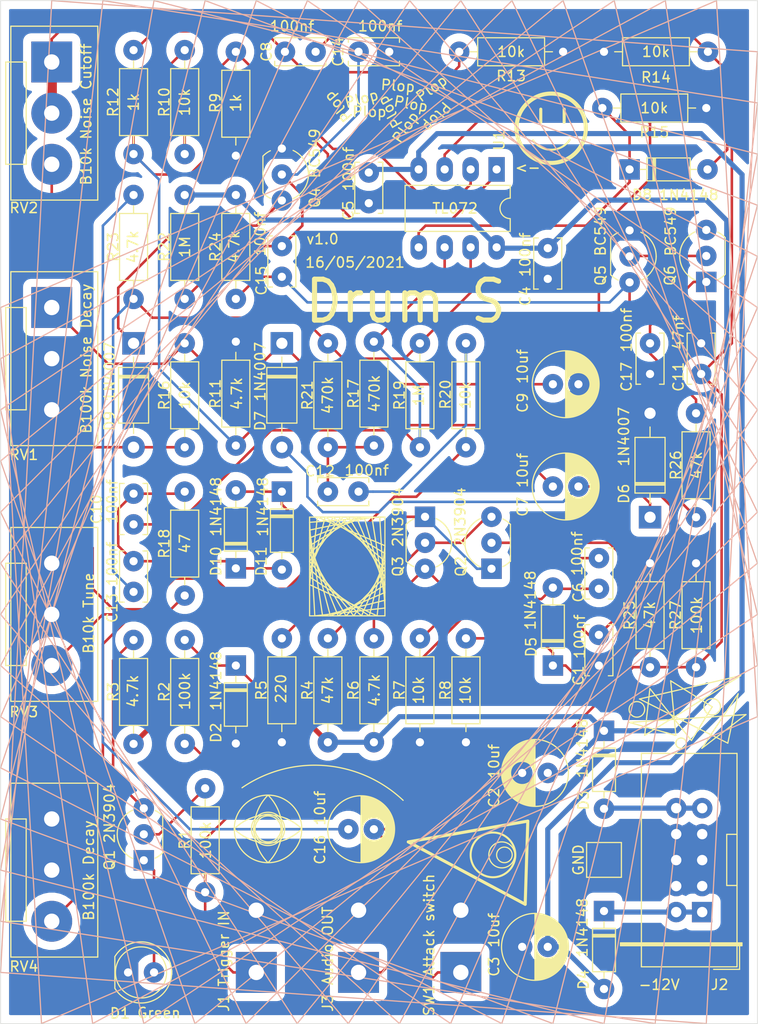
<source format=kicad_pcb>
(kicad_pcb (version 20171130) (host pcbnew 5.1.5+dfsg1-2build2)
  (layers (0 F.Cu signal) (31 B.Cu signal) (34 B.Paste user) (35 F.Paste user) (36 B.SilkS user) (37 F.SilkS user) (38 B.Mask user) (39 F.Mask user) (44 Edge.Cuts user))
  (net 0 "")
  (net 1 GND)
  (net 2 "Net-(C1-Pad1)")
  (net 3 +12V)
  (net 4 -12V)
  (net 5 "Net-(C6-Pad1)")
  (net 6 "Net-(C6-Pad2)")
  (net 7 "Net-(C7-Pad1)")
  (net 8 "Net-(C7-Pad2)")
  (net 9 "Net-(C8-Pad2)")
  (net 10 "Net-(C8-Pad1)")
  (net 11 "Net-(C9-Pad1)")
  (net 12 "Net-(C10-Pad2)")
  (net 13 "Net-(C10-Pad1)")
  (net 14 "Net-(C11-Pad1)")
  (net 15 "Net-(C12-Pad2)")
  (net 16 "Net-(C12-Pad1)")
  (net 17 "Net-(C13-Pad1)")
  (net 18 "Net-(C14-Pad2)")
  (net 19 "Net-(C15-Pad2)")
  (net 20 "Net-(C16-Pad1)")
  (net 21 "Net-(C17-Pad2)")
  (net 22 "Net-(D1-Pad2)")
  (net 23 "Net-(D3-Pad2)")
  (net 24 "Net-(D4-Pad1)")
  (net 25 "Net-(D5-Pad1)")
  (net 26 "Net-(D8-Pad1)")
  (net 27 "Net-(D9-Pad1)")
  (net 28 "Net-(D9-Pad2)")
  (net 29 "Net-(D10-Pad2)")
  (net 30 "Net-(J1-Pad1)")
  (net 31 "Net-(Q1-Pad2)")
  (net 32 "Net-(Q1-Pad3)")
  (net 33 "Net-(Q2-Pad3)")
  (net 34 "Net-(Q2-Pad1)")
  (net 35 "Net-(Q5-Pad2)")
  (net 36 "Net-(Q6-Pad1)")
  (net 37 "Net-(R10-Pad1)")
  (net 38 "Net-(R18-Pad2)")
  (net 39 "Net-(R20-Pad2)")
  (module 00_Mes_empreintes:SolderWirePad_1x02_+1NC_Drill1.5m (layer F.Cu) (at 60 155 90)
    (fp_text reference SW1 (at -2.734 -3.104 270) (layer F.SilkS))
    (fp_text value "Attack switch" (at 4.632 -3.104 270) (layer F.SilkS))
    (pad 2 thru_hole circle (at 6.08 0 90) (size 4 4) (drill 1.50114) (layers *.Cu *.Mask) (net 1 GND))
    (pad 1 thru_hole rect (at 0 0 90) (size 4 4) (drill 1.50114) (layers *.Cu *.Mask) (net 29 "Net-(D10-Pad2)"))
  )
  (module 00_Mes_empreintes:Resistance (layer F.Cu) (at 51.5 103.5 90)
    (fp_text reference R17 (at 5.08 -2 90) (layer F.SilkS))
    (fp_text value 470k (at 5.08 0.062 90) (layer F.SilkS))
    (pad 2 thru_hole circle (at 10.16 0 90) (size 2 2) (drill 0.8) (layers *.Cu *.Mask) (net 12 "Net-(C10-Pad2)"))
    (pad 1 thru_hole circle (at 0 0 90) (size 2 2) (drill 0.8) (layers *.Cu *.Mask) (net 16 "Net-(C12-Pad1)"))
  )
  (module 00_Mes_empreintes:Resistance (layer F.Cu) (at 47 132.5 90)
    (fp_text reference R4 (at 5.08 -2 90) (layer F.SilkS))
    (fp_text value 47k (at 5.08 -0.01 90) (layer F.SilkS))
    (pad 2 thru_hole circle (at 10.16 0 90) (size 2 2) (drill 0.8) (layers *.Cu *.Mask) (net 33 "Net-(Q2-Pad3)"))
    (pad 1 thru_hole circle (at 0 0 90) (size 2 2) (drill 0.8) (layers *.Cu *.Mask) (net 3 +12V))
  )
  (module 00_Mes_empreintes:Resistance (layer F.Cu) (at 83 115 270)
    (fp_text reference R27 (at 5.08 2 90) (layer F.SilkS))
    (fp_text value 100k (at 5.08 -0.058 90) (layer F.SilkS))
    (pad 2 thru_hole circle (at 10.16 0 270) (size 2 2) (drill 0.8) (layers *.Cu *.Mask) (net 14 "Net-(C11-Pad1)"))
    (pad 1 thru_hole circle (at 0 0 270) (size 2 2) (drill 0.8) (layers *.Cu *.Mask) (net 1 GND))
  )
  (module 00_Mes_empreintes:Pot_WH148-1A2 (layer F.Cu) (at 20 139 180)
    (fp_text reference RV4 (at 2.728 -15.432) (layer F.SilkS))
    (fp_text value "B100k Decay" (at -3.622 -6.034 90) (layer F.SilkS))
    (pad 3 thru_hole circle (at 0 -11 180) (size 4 4) (drill 1.5) (layers *.Cu *.Mask) (net 39 "Net-(R20-Pad2)"))
    (pad 2 thru_hole circle (at 0 -6 180) (size 4 4) (drill 1.5) (layers *.Cu *.Mask) (net 1 GND))
    (pad 1 thru_hole rect (at 0 -1 180) (size 4 4) (drill 1.5) (layers *.Cu *.Mask) (net 1 GND))
  )
  (module 00_Mes_empreintes:Pot_WH148-1A2 (layer F.Cu) (at 20 114 180)
    (fp_text reference RV3 (at 2.728 -15.54) (layer F.SilkS))
    (fp_text value "B10k Tune" (at -3.622 -5.888 90) (layer F.SilkS))
    (pad 3 thru_hole circle (at 0 -11 180) (size 4 4) (drill 1.5) (layers *.Cu *.Mask) (net 38 "Net-(R18-Pad2)"))
    (pad 2 thru_hole circle (at 0 -6 180) (size 4 4) (drill 1.5) (layers *.Cu *.Mask) (net 1 GND))
    (pad 1 thru_hole rect (at 0 -1 180) (size 4 4) (drill 1.5) (layers *.Cu *.Mask) (net 1 GND))
  )
  (module 00_Mes_empreintes:Pot_WH148-1A2 (layer F.Cu) (at 20 65 180)
    (fp_text reference RV2 (at 2.728 -15.264) (layer F.SilkS))
    (fp_text value "B10k Noise Cutoff" (at -3.368 -6.12 90) (layer F.SilkS))
    (pad 3 thru_hole circle (at 0 -11 180) (size 4 4) (drill 1.5) (layers *.Cu *.Mask) (net 28 "Net-(D9-Pad2)"))
    (pad 2 thru_hole circle (at 0 -6 180) (size 4 4) (drill 1.5) (layers *.Cu *.Mask) (net 14 "Net-(C11-Pad1)"))
    (pad 1 thru_hole rect (at 0 -1 180) (size 4 4) (drill 1.5) (layers *.Cu *.Mask) (net 14 "Net-(C11-Pad1)"))
  )
  (module 00_Mes_empreintes:Pot_WH148-1A2 (layer F.Cu) (at 20 89 180)
    (fp_text reference RV1 (at 2.728 -15.394) (layer F.SilkS))
    (fp_text value "B100k Noise Decay" (at -3.368 -5.996 90) (layer F.SilkS))
    (pad 3 thru_hole circle (at 0 -11 180) (size 4 4) (drill 1.5) (layers *.Cu *.Mask) (net 1 GND))
    (pad 2 thru_hole circle (at 0 -6 180) (size 4 4) (drill 1.5) (layers *.Cu *.Mask) (net 1 GND))
    (pad 1 thru_hole rect (at 0 -1 180) (size 4 4) (drill 1.5) (layers *.Cu *.Mask) (net 11 "Net-(C9-Pad1)"))
  )
  (module "00_Mes_empreintes:C_Disc_(small_ceramique)" (layer F.Cu) (at 73.5 121.8 270)
    (fp_text reference C1 (at 4.184 2 90) (layer F.SilkS))
    (fp_text value 100nf (at 0.374 1.872 90) (layer F.SilkS))
    (pad 1 thru_hole circle (at 0.2 0 270) (size 2 2) (drill 0.8) (layers *.Cu *.Mask) (net 2 "Net-(C1-Pad1)"))
    (pad 2 thru_hole circle (at 3.2 0 270) (size 2 2) (drill 0.8) (layers *.Cu *.Mask) (net 1 GND))
  )
  (module "00_Mes_empreintes:C_Radial_10uf_50v(5*11)" (layer F.Cu) (at 68.5 135.5 180)
    (fp_text reference C2 (at 5.254 -2.422 90) (layer F.SilkS))
    (fp_text value 10uf (at 5.254 1.134 90) (layer F.SilkS))
    (pad 2 thru_hole circle (at 2.5 0 180) (size 2 2) (drill 0.8) (layers *.Cu *.Mask) (net 1 GND))
    (pad 1 thru_hole circle (at 0 0 180) (size 2 2) (drill 0.8) (layers *.Cu *.Mask) (net 3 +12V))
  )
  (module "00_Mes_empreintes:C_Radial_10uf_50v(5*11)" (layer F.Cu) (at 66 152.5)
    (fp_text reference C3 (at -2.754 1.932 90) (layer F.SilkS))
    (fp_text value 10uf (at -2.754 -1.624 90) (layer F.SilkS))
    (pad 2 thru_hole circle (at 2.5 0) (size 2 2) (drill 0.8) (layers *.Cu *.Mask) (net 4 -12V))
    (pad 1 thru_hole circle (at 0 0) (size 2 2) (drill 0.8) (layers *.Cu *.Mask) (net 1 GND))
  )
  (module "00_Mes_empreintes:C_Disc_(small_ceramique)" (layer F.Cu) (at 68.5 84 270)
    (fp_text reference C4 (at 4.9 2.206 90) (layer F.SilkS))
    (fp_text value 100nf (at 0.836 2.206 90) (layer F.SilkS))
    (pad 1 thru_hole circle (at 0.2 0 270) (size 2 2) (drill 0.8) (layers *.Cu *.Mask) (net 3 +12V))
    (pad 2 thru_hole circle (at 3.2 0 270) (size 2 2) (drill 0.8) (layers *.Cu *.Mask) (net 1 GND))
  )
  (module "00_Mes_empreintes:C_Disc_(small_ceramique)" (layer F.Cu) (at 51 80 90)
    (fp_text reference C5 (at -0.518 -2 90) (layer F.SilkS))
    (fp_text value 100nf (at 3.546 -1.978 90) (layer F.SilkS))
    (pad 1 thru_hole circle (at 0.2 0 90) (size 2 2) (drill 0.8) (layers *.Cu *.Mask) (net 1 GND))
    (pad 2 thru_hole circle (at 3.2 0 90) (size 2 2) (drill 0.8) (layers *.Cu *.Mask) (net 4 -12V))
  )
  (module "00_Mes_empreintes:C_Disc_(small_ceramique)" (layer F.Cu) (at 73.5 117.7 90)
    (fp_text reference C6 (at -0.156 -2 90) (layer F.SilkS))
    (fp_text value 100nf (at 3.654 -2.126 90) (layer F.SilkS))
    (pad 1 thru_hole circle (at 0.2 0 90) (size 2 2) (drill 0.8) (layers *.Cu *.Mask) (net 5 "Net-(C6-Pad1)"))
    (pad 2 thru_hole circle (at 3.2 0 90) (size 2 2) (drill 0.8) (layers *.Cu *.Mask) (net 6 "Net-(C6-Pad2)"))
  )
  (module "00_Mes_empreintes:C_Radial_10uf_50v(5*11)" (layer F.Cu) (at 69 107.5)
    (fp_text reference C7 (at -2.96 1.974 90) (layer F.SilkS))
    (fp_text value 10uf (at -2.96 -1.582 90) (layer F.SilkS))
    (pad 2 thru_hole circle (at 2.5 0) (size 2 2) (drill 0.8) (layers *.Cu *.Mask) (net 8 "Net-(C7-Pad2)"))
    (pad 1 thru_hole circle (at 0 0) (size 2 2) (drill 0.8) (layers *.Cu *.Mask) (net 7 "Net-(C7-Pad1)"))
  )
  (module "00_Mes_empreintes:C_Disc_(small_ceramique)" (layer F.Cu) (at 46 65 180)
    (fp_text reference C8 (at 5 0 90) (layer F.SilkS))
    (fp_text value 100nf (at 2.5 2.5) (layer F.SilkS))
    (pad 1 thru_hole circle (at 0.2 0 180) (size 2 2) (drill 0.8) (layers *.Cu *.Mask) (net 10 "Net-(C8-Pad1)"))
    (pad 2 thru_hole circle (at 3.2 0 180) (size 2 2) (drill 0.8) (layers *.Cu *.Mask) (net 9 "Net-(C8-Pad2)"))
  )
  (module "00_Mes_empreintes:C_Radial_10uf_50v(5*11)" (layer F.Cu) (at 69 97.5)
    (fp_text reference C9 (at -2.96 1.814 90) (layer F.SilkS))
    (fp_text value 10uf (at -2.96 -1.742 90) (layer F.SilkS))
    (pad 2 thru_hole circle (at 2.5 0) (size 2 2) (drill 0.8) (layers *.Cu *.Mask) (net 1 GND))
    (pad 1 thru_hole circle (at 0 0) (size 2 2) (drill 0.8) (layers *.Cu *.Mask) (net 11 "Net-(C9-Pad1)"))
  )
  (module "00_Mes_empreintes:C_Disc_(small_ceramique)" (layer F.Cu) (at 28 108 270)
    (fp_text reference C10 (at 1.728 3.616 90) (layer F.SilkS))
    (fp_text value 100nf (at 0.966 2.092 90) (layer F.SilkS))
    (pad 1 thru_hole circle (at 0.2 0 270) (size 2 2) (drill 0.8) (layers *.Cu *.Mask) (net 13 "Net-(C10-Pad1)"))
    (pad 2 thru_hole circle (at 3.2 0 270) (size 2 2) (drill 0.8) (layers *.Cu *.Mask) (net 12 "Net-(C10-Pad2)"))
  )
  (module "00_Mes_empreintes:C_Disc_(small_ceramique)" (layer F.Cu) (at 83.5 96.7 90)
    (fp_text reference C11 (at -0.074 -2.22 90) (layer F.SilkS))
    (fp_text value 47nf (at 4.244 -2.22 90) (layer F.SilkS))
    (pad 1 thru_hole circle (at 0.2 0 90) (size 2 2) (drill 0.8) (layers *.Cu *.Mask) (net 14 "Net-(C11-Pad1)"))
    (pad 2 thru_hole circle (at 3.2 0 90) (size 2 2) (drill 0.8) (layers *.Cu *.Mask) (net 1 GND))
  )
  (module "00_Mes_empreintes:C_Disc_(small_ceramique)" (layer F.Cu) (at 46.8 108)
    (fp_text reference C12 (at -0.572 -2) (layer F.SilkS))
    (fp_text value 100nf (at 4 -2.082) (layer F.SilkS))
    (pad 1 thru_hole circle (at 0.2 0) (size 2 2) (drill 0.8) (layers *.Cu *.Mask) (net 16 "Net-(C12-Pad1)"))
    (pad 2 thru_hole circle (at 3.2 0) (size 2 2) (drill 0.8) (layers *.Cu *.Mask) (net 15 "Net-(C12-Pad2)"))
  )
  (module "00_Mes_empreintes:C_Disc_(small_ceramique)" (layer F.Cu) (at 28 118 90)
    (fp_text reference C13 (at -1.38 -2.092 90) (layer F.SilkS))
    (fp_text value 100nf (at 2.938 -2.092 90) (layer F.SilkS))
    (pad 1 thru_hole circle (at 0.2 0 90) (size 2 2) (drill 0.8) (layers *.Cu *.Mask) (net 17 "Net-(C13-Pad1)"))
    (pad 2 thru_hole circle (at 3.2 0 90) (size 2 2) (drill 0.8) (layers *.Cu *.Mask) (net 13 "Net-(C10-Pad1)"))
  )
  (module "00_Mes_empreintes:C_Disc_(small_ceramique)" (layer F.Cu) (at 53.2 65 180)
    (fp_text reference C14 (at 5.2 0 90) (layer F.SilkS))
    (fp_text value "100nf " (at 0.7 2.5) (layer F.SilkS))
    (pad 1 thru_hole circle (at 0.2 0 180) (size 2 2) (drill 0.8) (layers *.Cu *.Mask) (net 1 GND))
    (pad 2 thru_hole circle (at 3.2 0 180) (size 2 2) (drill 0.8) (layers *.Cu *.Mask) (net 18 "Net-(C14-Pad2)"))
  )
  (module "00_Mes_empreintes:C_Disc_(small_ceramique)" (layer F.Cu) (at 42.5 83.8 270)
    (fp_text reference C15 (at 3.576 2 90) (layer F.SilkS))
    (fp_text value 100nf (at -0.996 2.114 90) (layer F.SilkS))
    (pad 1 thru_hole circle (at 0.2 0 270) (size 2 2) (drill 0.8) (layers *.Cu *.Mask) (net 18 "Net-(C14-Pad2)"))
    (pad 2 thru_hole circle (at 3.2 0 270) (size 2 2) (drill 0.8) (layers *.Cu *.Mask) (net 19 "Net-(C15-Pad2)"))
  )
  (module "00_Mes_empreintes:C_Radial_10uf_50v(5*11)" (layer F.Cu) (at 49 141)
    (fp_text reference C16 (at -2.772 2.002 90) (layer F.SilkS))
    (fp_text value 10uf (at -2.772 -2.062 90) (layer F.SilkS))
    (pad 2 thru_hole circle (at 2.5 0) (size 2 2) (drill 0.8) (layers *.Cu *.Mask) (net 14 "Net-(C11-Pad1)"))
    (pad 1 thru_hole circle (at 0 0) (size 2 2) (drill 0.8) (layers *.Cu *.Mask) (net 20 "Net-(C16-Pad1)"))
  )
  (module "00_Mes_empreintes:C_Disc_(small_ceramique)" (layer F.Cu) (at 78.5 96.7 90)
    (fp_text reference C17 (at -0.074 -2.3 90) (layer F.SilkS))
    (fp_text value 100nf (at 4.498 -2.3 90) (layer F.SilkS))
    (pad 1 thru_hole circle (at 0.2 0 90) (size 2 2) (drill 0.8) (layers *.Cu *.Mask) (net 1 GND))
    (pad 2 thru_hole circle (at 3.2 0 90) (size 2 2) (drill 0.8) (layers *.Cu *.Mask) (net 21 "Net-(C17-Pad2)"))
  )
  (module 00_Mes_empreintes:LED_5.0mm (layer F.Cu) (at 27.46 155)
    (fp_text reference D1 (at -0.79 4.004) (layer F.SilkS))
    (fp_text value Green (at 3.02 3.96) (layer F.SilkS))
    (pad 1 thru_hole rect (at 0 0) (size 2 2) (drill 0.8) (layers *.Cu *.Mask) (net 1 GND))
    (pad 2 thru_hole circle (at 2.54 0) (size 2 2) (drill 0.8) (layers *.Cu *.Mask) (net 22 "Net-(D1-Pad2)"))
  )
  (module 00_Mes_empreintes:Diode1N4148 (layer F.Cu) (at 38 125 270)
    (fp_text reference D2 (at 6.572 1.932 90) (layer F.SilkS))
    (fp_text value 1N4148 (at 1.492 1.932 90) (layer F.SilkS))
    (pad 2 thru_hole circle (at 7.62 0 270) (size 2 2) (drill 0.8) (layers *.Cu *.Mask) (net 1 GND))
    (pad 1 thru_hole rect (at 0 0 270) (size 2 2) (drill 0.8) (layers *.Cu *.Mask) (net 2 "Net-(C1-Pad1)"))
  )
  (module 00_Mes_empreintes:Diode1N4148 (layer F.Cu) (at 74 131.38 270)
    (fp_text reference D3 (at 6.796 2 90) (layer F.SilkS))
    (fp_text value 1N4148 (at 1.716 2.118 90) (layer F.SilkS))
    (pad 2 thru_hole circle (at 7.62 0 270) (size 2 2) (drill 0.8) (layers *.Cu *.Mask) (net 23 "Net-(D3-Pad2)"))
    (pad 1 thru_hole rect (at 0 0 270) (size 2 2) (drill 0.8) (layers *.Cu *.Mask) (net 3 +12V))
  )
  (module 00_Mes_empreintes:Diode1N4148 (layer F.Cu) (at 74 149 270)
    (fp_text reference D4 (at 6.702 2 90) (layer F.SilkS))
    (fp_text value 1N4148 (at 1.622 2.118 90) (layer F.SilkS))
    (pad 2 thru_hole circle (at 7.62 0 270) (size 2 2) (drill 0.8) (layers *.Cu *.Mask) (net 4 -12V))
    (pad 1 thru_hole rect (at 0 0 270) (size 2 2) (drill 0.8) (layers *.Cu *.Mask) (net 24 "Net-(D4-Pad1)"))
  )
  (module 00_Mes_empreintes:Diode1N4148 (layer F.Cu) (at 69 125 90)
    (fp_text reference D5 (at 1.81 -2.12 90) (layer F.SilkS))
    (fp_text value 1N4148 (at 6.382 -2.198 90) (layer F.SilkS))
    (pad 2 thru_hole circle (at 7.62 0 90) (size 2 2) (drill 0.8) (layers *.Cu *.Mask) (net 5 "Net-(C6-Pad1)"))
    (pad 1 thru_hole rect (at 0 0 90) (size 2 2) (drill 0.8) (layers *.Cu *.Mask) (net 25 "Net-(D5-Pad1)"))
  )
  (module Diode_THT:D_DO-41_SOD81_P10.16mm_Horizontal (layer F.Cu) (at 78.5 110.5 90)
    (fp_text reference D6 (at 2.296 -2.554 90) (layer F.SilkS))
    (fp_text value 1N4007 (at 7.884 -2.554 90) (layer F.SilkS))
    (pad 2 thru_hole oval (at 10.16 0 90) (size 2.2 2.2) (drill 1.1) (layers *.Cu *.Mask) (net 1 GND))
    (pad 1 thru_hole rect (at 0 0 90) (size 2.2 2.2) (drill 1.1) (layers *.Cu *.Mask) (net 8 "Net-(C7-Pad2)"))
  )
  (module Diode_THT:D_DO-41_SOD81_P10.16mm_Horizontal (layer F.Cu) (at 42.5 93.5 270)
    (fp_text reference D7 (at 7.592 2.114 90) (layer F.SilkS))
    (fp_text value 1N4007 (at 2.766 2.114 90) (layer F.SilkS))
    (pad 2 thru_hole oval (at 10.16 0 270) (size 2.2 2.2) (drill 1.1) (layers *.Cu *.Mask) (net 8 "Net-(C7-Pad2)"))
    (pad 1 thru_hole rect (at 0 0 270) (size 2.2 2.2) (drill 1.1) (layers *.Cu *.Mask) (net 11 "Net-(C9-Pad1)"))
  )
  (module 00_Mes_empreintes:Diode1N4148 (layer F.Cu) (at 76.5 76.5)
    (fp_text reference D8 (at 1.224 2.494) (layer F.SilkS))
    (fp_text value 1N4148 (at 5.796 2.494) (layer F.SilkS))
    (pad 2 thru_hole circle (at 7.62 0) (size 2 2) (drill 0.8) (layers *.Cu *.Mask) (net 10 "Net-(C8-Pad1)"))
    (pad 1 thru_hole rect (at 0 0) (size 2 2) (drill 0.8) (layers *.Cu *.Mask) (net 26 "Net-(D8-Pad1)"))
  )
  (module Diode_THT:D_DO-41_SOD81_P10.16mm_Horizontal (layer F.Cu) (at 28 93.5 270)
    (fp_text reference D9 (at 7.592 2.346 90) (layer F.SilkS))
    (fp_text value 1N4007 (at 2.766 2.346 90) (layer F.SilkS))
    (pad 2 thru_hole oval (at 10.16 0 270) (size 2.2 2.2) (drill 1.1) (layers *.Cu *.Mask) (net 28 "Net-(D9-Pad2)"))
    (pad 1 thru_hole rect (at 0 0 270) (size 2.2 2.2) (drill 1.1) (layers *.Cu *.Mask) (net 27 "Net-(D9-Pad1)"))
  )
  (module 00_Mes_empreintes:Diode1N4148 (layer F.Cu) (at 38 115.5 90)
    (fp_text reference D10 (at 0.692 -1.932 90) (layer F.SilkS))
    (fp_text value 1N4148 (at 6.026 -1.932 90) (layer F.SilkS))
    (pad 2 thru_hole circle (at 7.62 0 90) (size 2 2) (drill 0.8) (layers *.Cu *.Mask) (net 29 "Net-(D10-Pad2)"))
    (pad 1 thru_hole rect (at 0 0 90) (size 2 2) (drill 0.8) (layers *.Cu *.Mask) (net 13 "Net-(C10-Pad1)"))
  )
  (module 00_Mes_empreintes:Diode1N4148 (layer F.Cu) (at 42.5 108 270)
    (fp_text reference D11 (at 6.808 2 90) (layer F.SilkS))
    (fp_text value 1N4148 (at 1.474 1.86 90) (layer F.SilkS))
    (pad 2 thru_hole circle (at 7.62 0 270) (size 2 2) (drill 0.8) (layers *.Cu *.Mask) (net 13 "Net-(C10-Pad1)"))
    (pad 1 thru_hole rect (at 0 0 270) (size 2 2) (drill 0.8) (layers *.Cu *.Mask) (net 29 "Net-(D10-Pad2)"))
  )
  (module 00_Mes_empreintes:SolderWirePad_1x02_Drill1.5mm (layer F.Cu) (at 40 155 90)
    (fp_text reference J1 (at -2.988 -3.17 270) (layer F.SilkS))
    (fp_text value "Trigger IN" (at 2.346 -3.17 90) (layer F.SilkS))
    (pad 2 thru_hole circle (at 6.08 0 90) (size 4 4) (drill 1.50114) (layers *.Cu *.Mask) (net 1 GND))
    (pad 1 thru_hole rect (at 0 0 90) (size 4 4) (drill 1.50114) (layers *.Cu *.Mask) (net 30 "Net-(J1-Pad1)"))
  )
  (module 00_Mes_empreintes:2X05_Power_conn (layer F.Cu) (at 83.5 149)
    (fp_text reference J2 (at 1.8 7.2 180) (layer F.SilkS))
    (fp_text value Eurorack_power)
    (fp_text user -12V (at -4.1 7.2) (layer F.SilkS))
    (pad 10 thru_hole circle (at -2.44 -10.06 180) (size 2 2) (drill 1.016) (layers *.Cu *.Mask) (net 23 "Net-(D3-Pad2)"))
    (pad 9 thru_hole circle (at 0.1 -10.06 180) (size 2 2) (drill 1.016) (layers *.Cu *.Mask) (net 23 "Net-(D3-Pad2)"))
    (pad 8 thru_hole circle (at -2.44 -7.52 180) (size 2 2) (drill 1.016) (layers *.Cu *.Mask) (net 1 GND))
    (pad 7 thru_hole circle (at 0.1 -7.52 180) (size 2 2) (drill 1.016) (layers *.Cu *.Mask) (net 1 GND))
    (pad 6 thru_hole circle (at -2.44 -4.98 180) (size 2 2) (drill 1.016) (layers *.Cu *.Mask) (net 1 GND))
    (pad 5 thru_hole circle (at 0.1 -4.98 180) (size 2 2) (drill 1.016) (layers *.Cu *.Mask) (net 1 GND))
    (pad 4 thru_hole circle (at -2.44 -2.44 180) (size 2 2) (drill 1.016) (layers *.Cu *.Mask) (net 1 GND))
    (pad 3 thru_hole circle (at 0.1 -2.44 180) (size 2 2) (drill 1.016) (layers *.Cu *.Mask) (net 1 GND))
    (pad 2 thru_hole circle (at -2.44 0.1 180) (size 2 2) (drill 1.016) (layers *.Cu *.Mask) (net 24 "Net-(D4-Pad1)"))
    (pad 1 thru_hole rect (at 0.1 0.1 180) (size 2 2) (drill 1.016) (layers *.Cu *.Mask) (net 24 "Net-(D4-Pad1)"))
  )
  (module 00_Mes_empreintes:SolderWirePad_1x02_Drill1.5mm (layer F.Cu) (at 50 155 90)
    (fp_text reference J3 (at -2.988 -3.01 270) (layer F.SilkS))
    (fp_text value "Audio OUT" (at 2.6 -3.01 90) (layer F.SilkS))
    (pad 2 thru_hole circle (at 6.08 0 90) (size 4 4) (drill 1.50114) (layers *.Cu *.Mask) (net 1 GND))
    (pad 1 thru_hole rect (at 0 0 90) (size 4 4) (drill 1.50114) (layers *.Cu *.Mask) (net 14 "Net-(C11-Pad1)"))
  )
  (module 00_Mes_empreintes:2n3904 (layer F.Cu) (at 29 144.04 90)
    (fp_text reference Q1 (at 0.022 -3.346 90) (layer F.SilkS))
    (fp_text value 2N3904 (at 4.594 -3.346 90) (layer F.SilkS))
    (pad 1 thru_hole rect (at 0 0 180) (size 2 2) (drill 0.8) (layers *.Cu *.Mask) (net 22 "Net-(D1-Pad2)"))
    (pad 3 thru_hole circle (at 5.08 0 180) (size 2 2) (drill 0.8) (layers *.Cu *.Mask) (net 32 "Net-(Q1-Pad3)"))
    (pad 2 thru_hole circle (at 2.54 0 180) (size 2 2) (drill 0.8) (layers *.Cu *.Mask) (net 31 "Net-(Q1-Pad2)"))
  )
  (module 00_Mes_empreintes:2n3904 (layer F.Cu) (at 63 115.54 90)
    (fp_text reference Q2 (at 0.224 -3 90) (layer F.SilkS))
    (fp_text value 2N3904 (at 5.05 -3.056 90) (layer F.SilkS))
    (pad 1 thru_hole rect (at 0 0 180) (size 2 2) (drill 0.8) (layers *.Cu *.Mask) (net 34 "Net-(Q2-Pad1)"))
    (pad 3 thru_hole circle (at 5.08 0 180) (size 2 2) (drill 0.8) (layers *.Cu *.Mask) (net 33 "Net-(Q2-Pad3)"))
    (pad 2 thru_hole circle (at 2.54 0 180) (size 2 2) (drill 0.8) (layers *.Cu *.Mask) (net 2 "Net-(C1-Pad1)"))
  )
  (module 00_Mes_empreintes:2n3904 (layer F.Cu) (at 56.5 110.46 270)
    (fp_text reference Q3 (at 4.856 2.652 90) (layer F.SilkS))
    (fp_text value 2N3904 (at 0.03 2.652 90) (layer F.SilkS))
    (pad 1 thru_hole rect (at 0 0) (size 2 2) (drill 0.8) (layers *.Cu *.Mask) (net 34 "Net-(Q2-Pad1)"))
    (pad 3 thru_hole circle (at 5.08 0) (size 2 2) (drill 0.8) (layers *.Cu *.Mask) (net 6 "Net-(C6-Pad2)"))
    (pad 2 thru_hole circle (at 2.54 0) (size 2 2) (drill 0.8) (layers *.Cu *.Mask) (net 33 "Net-(Q2-Pad3)"))
  )
  (module 00_Mes_empreintes:BC549 (layer F.Cu) (at 42.5 74.46 270)
    (fp_text reference Q4 (at 4.788 -3.22 90) (layer F.SilkS))
    (fp_text value BC549 (at 0.47 -3.22 90) (layer F.SilkS))
    (pad 3 thru_hole rect (at 0 0) (size 2 2) (drill 0.8) (layers *.Cu *.Mask) (net 1 GND))
    (pad 1 thru_hole circle (at 5.08 0) (size 2 2) (drill 0.8) (layers *.Cu *.Mask) (net 27 "Net-(D9-Pad1)"))
    (pad 2 thru_hole circle (at 2.54 0) (size 2 2) (drill 0.8) (layers *.Cu *.Mask) (net 18 "Net-(C14-Pad2)"))
  )
  (module 00_Mes_empreintes:BC549 (layer F.Cu) (at 76.5 82.46 270)
    (fp_text reference Q5 (at 4.408 2.84 90) (layer F.SilkS))
    (fp_text value BC549 (at 0.09 2.84 90) (layer F.SilkS))
    (pad 3 thru_hole rect (at 0 0) (size 2 2) (drill 0.8) (layers *.Cu *.Mask) (net 1 GND))
    (pad 1 thru_hole circle (at 5.08 0) (size 2 2) (drill 0.8) (layers *.Cu *.Mask) (net 19 "Net-(C15-Pad2)"))
    (pad 2 thru_hole circle (at 2.54 0) (size 2 2) (drill 0.8) (layers *.Cu *.Mask) (net 35 "Net-(Q5-Pad2)"))
  )
  (module 00_Mes_empreintes:BC549 (layer F.Cu) (at 84 87.5 90)
    (fp_text reference Q6 (at 0.632 -3.56 90) (layer F.SilkS))
    (fp_text value BC549 (at 4.95 -3.482 90) (layer F.SilkS))
    (pad 3 thru_hole rect (at 0 0 180) (size 2 2) (drill 0.8) (layers *.Cu *.Mask) (net 21 "Net-(C17-Pad2)"))
    (pad 1 thru_hole circle (at 5.08 0 180) (size 2 2) (drill 0.8) (layers *.Cu *.Mask) (net 36 "Net-(Q6-Pad1)"))
    (pad 2 thru_hole circle (at 2.54 0 180) (size 2 2) (drill 0.8) (layers *.Cu *.Mask) (net 35 "Net-(Q5-Pad2)"))
  )
  (module 00_Mes_empreintes:Resistance (layer F.Cu) (at 35 137 270)
    (fp_text reference R1 (at 5 2 90) (layer F.SilkS))
    (fp_text value 100k (at 5.08 -0.052 90) (layer F.SilkS))
    (pad 2 thru_hole circle (at 10.16 0 270) (size 2 2) (drill 0.8) (layers *.Cu *.Mask) (net 30 "Net-(J1-Pad1)"))
    (pad 1 thru_hole circle (at 0 0 270) (size 2 2) (drill 0.8) (layers *.Cu *.Mask) (net 31 "Net-(Q1-Pad2)"))
  )
  (module 00_Mes_empreintes:Resistance (layer F.Cu) (at 33 122.5 270)
    (fp_text reference R2 (at 5.08 2 90) (layer F.SilkS))
    (fp_text value 100k (at 5.008 -0.02 90) (layer F.SilkS))
    (pad 2 thru_hole circle (at 10.16 0 270) (size 2 2) (drill 0.8) (layers *.Cu *.Mask) (net 30 "Net-(J1-Pad1)"))
    (pad 1 thru_hole circle (at 0 0 270) (size 2 2) (drill 0.8) (layers *.Cu *.Mask) (net 2 "Net-(C1-Pad1)"))
  )
  (module 00_Mes_empreintes:Resistance (layer F.Cu) (at 28 122.5 270)
    (fp_text reference R3 (at 5.08 2 90) (layer F.SilkS))
    (fp_text value 4.7k (at 5.008 0.06 90) (layer F.SilkS))
    (pad 2 thru_hole circle (at 10.16 0 270) (size 2 2) (drill 0.8) (layers *.Cu *.Mask) (net 3 +12V))
    (pad 1 thru_hole circle (at 0 0 270) (size 2 2) (drill 0.8) (layers *.Cu *.Mask) (net 32 "Net-(Q1-Pad3)"))
  )
  (module 00_Mes_empreintes:Resistance (layer F.Cu) (at 42.5 132.5 90)
    (fp_text reference R5 (at 5.08 -2 90) (layer F.SilkS))
    (fp_text value 220 (at 5.246 -0.082 90) (layer F.SilkS))
    (pad 2 thru_hole circle (at 10.16 0 90) (size 2 2) (drill 0.8) (layers *.Cu *.Mask) (net 34 "Net-(Q2-Pad1)"))
    (pad 1 thru_hole circle (at 0 0 90) (size 2 2) (drill 0.8) (layers *.Cu *.Mask) (net 1 GND))
  )
  (module 00_Mes_empreintes:Resistance (layer F.Cu) (at 51.5 132.5 90)
    (fp_text reference R6 (at 5.08 -2 90) (layer F.SilkS))
    (fp_text value 4.7k (at 5.08 0.062 90) (layer F.SilkS))
    (pad 2 thru_hole circle (at 10.16 0 90) (size 2 2) (drill 0.8) (layers *.Cu *.Mask) (net 6 "Net-(C6-Pad2)"))
    (pad 1 thru_hole circle (at 0 0 90) (size 2 2) (drill 0.8) (layers *.Cu *.Mask) (net 3 +12V))
  )
  (module 00_Mes_empreintes:Resistance (layer F.Cu) (at 56 132.5 90)
    (fp_text reference R7 (at 5.08 -2 90) (layer F.SilkS))
    (fp_text value 10k (at 5.08 -0.12 90) (layer F.SilkS))
    (pad 2 thru_hole circle (at 10.16 0 90) (size 2 2) (drill 0.8) (layers *.Cu *.Mask) (net 5 "Net-(C6-Pad1)"))
    (pad 1 thru_hole circle (at 0 0 90) (size 2 2) (drill 0.8) (layers *.Cu *.Mask) (net 1 GND))
  )
  (module 00_Mes_empreintes:Resistance (layer F.Cu) (at 60.5 132.5 90)
    (fp_text reference R8 (at 5.08 -2 90) (layer F.SilkS))
    (fp_text value 10k (at 5.08 -0.048 90) (layer F.SilkS))
    (pad 2 thru_hole circle (at 10.16 0 90) (size 2 2) (drill 0.8) (layers *.Cu *.Mask) (net 25 "Net-(D5-Pad1)"))
    (pad 1 thru_hole circle (at 0 0 90) (size 2 2) (drill 0.8) (layers *.Cu *.Mask) (net 1 GND))
  )
  (module 00_Mes_empreintes:Resistance (layer F.Cu) (at 38 65 270)
    (fp_text reference R9 (at 5 2 90) (layer F.SilkS))
    (fp_text value 1k (at 5 0 90) (layer F.SilkS))
    (pad 2 thru_hole circle (at 10.16 0 270) (size 2 2) (drill 0.8) (layers *.Cu *.Mask) (net 1 GND))
    (pad 1 thru_hole circle (at 0 0 270) (size 2 2) (drill 0.8) (layers *.Cu *.Mask) (net 37 "Net-(R10-Pad1)"))
  )
  (module 00_Mes_empreintes:Resistance (layer F.Cu) (at 33 75 90)
    (fp_text reference R10 (at 5.08 -2 90) (layer F.SilkS))
    (fp_text value 10k (at 5.08 0 90) (layer F.SilkS))
    (pad 2 thru_hole circle (at 10.16 0 90) (size 2 2) (drill 0.8) (layers *.Cu *.Mask) (net 7 "Net-(C7-Pad1)"))
    (pad 1 thru_hole circle (at 0 0 90) (size 2 2) (drill 0.8) (layers *.Cu *.Mask) (net 37 "Net-(R10-Pad1)"))
  )
  (module 00_Mes_empreintes:Resistance (layer F.Cu) (at 38 103.5 90)
    (fp_text reference R11 (at 5.08 -2 90) (layer F.SilkS))
    (fp_text value 4.7k (at 5.08 0.1 90) (layer F.SilkS))
    (pad 2 thru_hole circle (at 10.16 0 90) (size 2 2) (drill 0.8) (layers *.Cu *.Mask) (net 1 GND))
    (pad 1 thru_hole circle (at 0 0 90) (size 2 2) (drill 0.8) (layers *.Cu *.Mask) (net 7 "Net-(C7-Pad1)"))
  )
  (module 00_Mes_empreintes:Resistance (layer F.Cu) (at 28 75 90)
    (fp_text reference R12 (at 5.08 -2 90) (layer F.SilkS))
    (fp_text value 1k (at 5.08 0 90) (layer F.SilkS))
    (pad 2 thru_hole circle (at 10.16 0 90) (size 2 2) (drill 0.8) (layers *.Cu *.Mask) (net 9 "Net-(C8-Pad2)"))
    (pad 1 thru_hole circle (at 0 0 90) (size 2 2) (drill 0.8) (layers *.Cu *.Mask) (net 7 "Net-(C7-Pad1)"))
  )
  (module 00_Mes_empreintes:Resistance (layer F.Cu) (at 70 65 180)
    (fp_text reference R13 (at 5.08 -2.37) (layer F.SilkS))
    (fp_text value 10k (at 5.08 0) (layer F.SilkS))
    (pad 2 thru_hole circle (at 10.16 0 180) (size 2 2) (drill 0.8) (layers *.Cu *.Mask) (net 9 "Net-(C8-Pad2)"))
    (pad 1 thru_hole circle (at 0 0 180) (size 2 2) (drill 0.8) (layers *.Cu *.Mask) (net 1 GND))
  )
  (module 00_Mes_empreintes:Resistance (layer F.Cu) (at 74 65)
    (fp_text reference R14 (at 5.08 2.5) (layer F.SilkS))
    (fp_text value 10k (at 5.08 0) (layer F.SilkS))
    (pad 2 thru_hole circle (at 10.16 0) (size 2 2) (drill 0.8) (layers *.Cu *.Mask) (net 10 "Net-(C8-Pad1)"))
    (pad 1 thru_hole circle (at 0 0) (size 2 2) (drill 0.8) (layers *.Cu *.Mask) (net 1 GND))
  )
  (module 00_Mes_empreintes:Resistance (layer F.Cu) (at 84 70.5 180)
    (fp_text reference R15 (at 5.08 -2.37) (layer F.SilkS))
    (fp_text value 10k (at 5.08 0) (layer F.SilkS))
    (pad 2 thru_hole circle (at 10.16 0 180) (size 2 2) (drill 0.8) (layers *.Cu *.Mask) (net 26 "Net-(D8-Pad1)"))
    (pad 1 thru_hole circle (at 0 0 180) (size 2 2) (drill 0.8) (layers *.Cu *.Mask) (net 1 GND))
  )
  (module 00_Mes_empreintes:Resistance (layer F.Cu) (at 33 93.5 270)
    (fp_text reference R16 (at 5.08 2 90) (layer F.SilkS))
    (fp_text value 10k (at 5.08 -0.02 90) (layer F.SilkS))
    (pad 2 thru_hole circle (at 10.16 0 270) (size 2 2) (drill 0.8) (layers *.Cu *.Mask) (net 28 "Net-(D9-Pad2)"))
    (pad 1 thru_hole circle (at 0 0 270) (size 2 2) (drill 0.8) (layers *.Cu *.Mask) (net 11 "Net-(C9-Pad1)"))
  )
  (module 00_Mes_empreintes:Resistance (layer F.Cu) (at 33 108 270)
    (fp_text reference R18 (at 5.08 2 90) (layer F.SilkS))
    (fp_text value 47 (at 5.08 -0.02 90) (layer F.SilkS))
    (pad 2 thru_hole circle (at 10.16 0 270) (size 2 2) (drill 0.8) (layers *.Cu *.Mask) (net 38 "Net-(R18-Pad2)"))
    (pad 1 thru_hole circle (at 0 0 270) (size 2 2) (drill 0.8) (layers *.Cu *.Mask) (net 13 "Net-(C10-Pad1)"))
  )
  (module 00_Mes_empreintes:Resistance (layer F.Cu) (at 56 93.5 270)
    (fp_text reference R19 (at 5.08 2 90) (layer F.SilkS))
    (fp_text value 1M (at 5.08 0.12 90) (layer F.SilkS))
    (pad 2 thru_hole circle (at 10.16 0 270) (size 2 2) (drill 0.8) (layers *.Cu *.Mask) (net 12 "Net-(C10-Pad2)"))
    (pad 1 thru_hole circle (at 0 0 270) (size 2 2) (drill 0.8) (layers *.Cu *.Mask) (net 17 "Net-(C13-Pad1)"))
  )
  (module 00_Mes_empreintes:Resistance (layer F.Cu) (at 60.5 93.5 270)
    (fp_text reference R20 (at 5 2 90) (layer F.SilkS))
    (fp_text value 10k (at 5.08 0.048 90) (layer F.SilkS))
    (pad 2 thru_hole circle (at 10.16 0 270) (size 2 2) (drill 0.8) (layers *.Cu *.Mask) (net 39 "Net-(R20-Pad2)"))
    (pad 1 thru_hole circle (at 0 0 270) (size 2 2) (drill 0.8) (layers *.Cu *.Mask) (net 15 "Net-(C12-Pad2)"))
  )
  (module 00_Mes_empreintes:Resistance (layer F.Cu) (at 47 93.5 270)
    (fp_text reference R21 (at 5.08 2 90) (layer F.SilkS))
    (fp_text value 470k (at 5.08 0.01 90) (layer F.SilkS))
    (pad 2 thru_hole circle (at 10.16 0 270) (size 2 2) (drill 0.8) (layers *.Cu *.Mask) (net 16 "Net-(C12-Pad1)"))
    (pad 1 thru_hole circle (at 0 0 270) (size 2 2) (drill 0.8) (layers *.Cu *.Mask) (net 17 "Net-(C13-Pad1)"))
  )
  (module 00_Mes_empreintes:Resistance (layer F.Cu) (at 33 79 270)
    (fp_text reference R22 (at 5.08 2 90) (layer F.SilkS))
    (fp_text value 1M (at 5.074 -0.02 90) (layer F.SilkS))
    (pad 2 thru_hole circle (at 10.16 0 270) (size 2 2) (drill 0.8) (layers *.Cu *.Mask) (net 18 "Net-(C14-Pad2)"))
    (pad 1 thru_hole circle (at 0 0 270) (size 2 2) (drill 0.8) (layers *.Cu *.Mask) (net 3 +12V))
  )
  (module 00_Mes_empreintes:Resistance (layer F.Cu) (at 28 79 270)
    (fp_text reference R23 (at 5.08 2 90) (layer F.SilkS))
    (fp_text value 4.7k (at 5.074 0.06 90) (layer F.SilkS))
    (pad 2 thru_hole circle (at 10.16 0 270) (size 2 2) (drill 0.8) (layers *.Cu *.Mask) (net 17 "Net-(C13-Pad1)"))
    (pad 1 thru_hole circle (at 0 0 270) (size 2 2) (drill 0.8) (layers *.Cu *.Mask) (net 20 "Net-(C16-Pad1)"))
  )
  (module 00_Mes_empreintes:Resistance (layer F.Cu) (at 38 79 270)
    (fp_text reference R24 (at 5.08 2 90) (layer F.SilkS))
    (fp_text value 4.7k (at 5.074 0.154 90) (layer F.SilkS))
    (pad 2 thru_hole circle (at 10.16 0 270) (size 2 2) (drill 0.8) (layers *.Cu *.Mask) (net 19 "Net-(C15-Pad2)"))
    (pad 1 thru_hole circle (at 0 0 270) (size 2 2) (drill 0.8) (layers *.Cu *.Mask) (net 3 +12V))
  )
  (module 00_Mes_empreintes:Resistance (layer F.Cu) (at 78.5 115 270)
    (fp_text reference R25 (at 5.08 2 90) (layer F.SilkS))
    (fp_text value 47k (at 5.08 0.014 90) (layer F.SilkS))
    (pad 2 thru_hole circle (at 10.16 0 270) (size 2 2) (drill 0.8) (layers *.Cu *.Mask) (net 14 "Net-(C11-Pad1)"))
    (pad 1 thru_hole circle (at 0 0 270) (size 2 2) (drill 0.8) (layers *.Cu *.Mask) (net 1 GND))
  )
  (module 00_Mes_empreintes:Resistance (layer F.Cu) (at 83 110.5 90)
    (fp_text reference R26 (at 5.09 -1.974 90) (layer F.SilkS))
    (fp_text value 47k (at 5.08 0.058 90) (layer F.SilkS))
    (pad 2 thru_hole circle (at 10.16 0 90) (size 2 2) (drill 0.8) (layers *.Cu *.Mask) (net 21 "Net-(C17-Pad2)"))
    (pad 1 thru_hole circle (at 0 0 90) (size 2 2) (drill 0.8) (layers *.Cu *.Mask) (net 19 "Net-(C15-Pad2)"))
  )
  (module 00_Mes_empreintes:TestPoint_Pad_3.0x3.0mm (layer F.Cu) (at 74 144)
    (fp_text reference GND (at -2.5 0 90) (layer F.SilkS))
    (fp_text value TestPoint)
    (pad 1 smd rect (at 0 0) (size 3 3) (layers F.Cu F.Mask) (net 1 GND))
  )
  (module 00_Mes_empreintes:DIP8_Socket (layer F.Cu) (at 63.5 76.5 270)
    (fp_text reference U1 (at -2.84 -0.254 90) (layer F.SilkS))
    (fp_text value TL072 (at 3.81 4.064 180) (layer F.SilkS))
    (pad 8 thru_hole oval (at 7.62 0 270) (size 2.4 1.6) (drill 0.8) (layers *.Cu *.Mask) (net 3 +12V))
    (pad 4 thru_hole oval (at 0 7.62 270) (size 2.4 1.6) (drill 0.8) (layers *.Cu *.Mask) (net 4 -12V))
    (pad 7 thru_hole oval (at 7.62 2.54 270) (size 2.4 1.6) (drill 0.8) (layers *.Cu *.Mask) (net 17 "Net-(C13-Pad1)"))
    (pad 3 thru_hole oval (at 0 5.08 270) (size 2.4 1.6) (drill 0.8) (layers *.Cu *.Mask) (net 25 "Net-(D5-Pad1)"))
    (pad 6 thru_hole oval (at 7.62 5.08 270) (size 2.4 1.6) (drill 0.8) (layers *.Cu *.Mask) (net 12 "Net-(C10-Pad2)"))
    (pad 2 thru_hole oval (at 0 2.54 270) (size 2.4 1.6) (drill 0.8) (layers *.Cu *.Mask) (net 37 "Net-(R10-Pad1)"))
    (pad 5 thru_hole oval (at 7.62 7.62 270) (size 2.4 1.6) (drill 0.8) (layers *.Cu *.Mask) (net 26 "Net-(D8-Pad1)"))
    (pad 1 thru_hole rect (at 0 0 270) (size 2.4 1.6) (drill 0.8) (layers *.Cu *.Mask) (net 7 "Net-(C7-Pad1)"))
  )
  (gr_line (start 15 90) (end 85 60) (layer B.SilkS) (width 0.12))
  (gr_line (start 19 160) (end 15 90) (layer B.SilkS) (width 0.12))
  (gr_line (start 89 130) (end 19 160) (layer B.SilkS) (width 0.12))
  (gr_line (start 85 60) (end 89 130) (layer B.SilkS) (width 0.12))
  (gr_line (start 15 95) (end 80 60) (layer B.SilkS) (width 0.12))
  (gr_line (start 24 160) (end 15 95) (layer B.SilkS) (width 0.12))
  (gr_line (start 89 125) (end 24 160) (layer B.SilkS) (width 0.12))
  (gr_line (start 80 60) (end 89 125) (layer B.SilkS) (width 0.12))
  (gr_line (start 15 100) (end 75 60) (layer B.SilkS) (width 0.12))
  (gr_line (start 29 160) (end 15 100) (layer B.SilkS) (width 0.12))
  (gr_line (start 89 120) (end 29 160) (layer B.SilkS) (width 0.12))
  (gr_line (start 75 60) (end 89 120) (layer B.SilkS) (width 0.12))
  (gr_line (start 15 105) (end 70 60) (layer B.SilkS) (width 0.12))
  (gr_line (start 34 160) (end 15 105) (layer B.SilkS) (width 0.12))
  (gr_line (start 89 115) (end 34 160) (layer B.SilkS) (width 0.12))
  (gr_line (start 70 60) (end 89 115) (layer B.SilkS) (width 0.12))
  (gr_line (start 15 110) (end 65 60) (layer B.SilkS) (width 0.12))
  (gr_line (start 39 160) (end 15 110) (layer B.SilkS) (width 0.12))
  (gr_line (start 89 110) (end 39 160) (layer B.SilkS) (width 0.12))
  (gr_line (start 65 60) (end 89 110) (layer B.SilkS) (width 0.12))
  (gr_line (start 15 115) (end 60 60) (layer B.SilkS) (width 0.12))
  (gr_line (start 44 160) (end 15 115) (layer B.SilkS) (width 0.12))
  (gr_line (start 89 105) (end 44 160) (layer B.SilkS) (width 0.12))
  (gr_line (start 60 60) (end 89 105) (layer B.SilkS) (width 0.12))
  (gr_line (start 15 120) (end 55 60) (layer B.SilkS) (width 0.12))
  (gr_line (start 49 160) (end 15 120) (layer B.SilkS) (width 0.12))
  (gr_line (start 89 100) (end 49 160) (layer B.SilkS) (width 0.12))
  (gr_line (start 55 60) (end 89 100) (layer B.SilkS) (width 0.12))
  (gr_line (start 15 125) (end 50 60) (layer B.SilkS) (width 0.12))
  (gr_line (start 54 160) (end 15 125) (layer B.SilkS) (width 0.12))
  (gr_line (start 89 95) (end 54 160) (layer B.SilkS) (width 0.12))
  (gr_line (start 50 60) (end 89 95) (layer B.SilkS) (width 0.12))
  (gr_line (start 15 130) (end 45 60) (layer B.SilkS) (width 0.12))
  (gr_line (start 59 160) (end 15 130) (layer B.SilkS) (width 0.12))
  (gr_line (start 89 90) (end 59 160) (layer B.SilkS) (width 0.12))
  (gr_line (start 45 60) (end 89 90) (layer B.SilkS) (width 0.12))
  (gr_line (start 15 135) (end 40 60) (layer B.SilkS) (width 0.12))
  (gr_line (start 64 160) (end 15 135) (layer B.SilkS) (width 0.12))
  (gr_line (start 89 85) (end 64 160) (layer B.SilkS) (width 0.12))
  (gr_line (start 40 60) (end 89 85) (layer B.SilkS) (width 0.12))
  (gr_line (start 15 140) (end 35 60) (layer B.SilkS) (width 0.12))
  (gr_line (start 69 160) (end 15 140) (layer B.SilkS) (width 0.12))
  (gr_line (start 89 80) (end 69 160) (layer B.SilkS) (width 0.12))
  (gr_line (start 35 60) (end 89 80) (layer B.SilkS) (width 0.12))
  (gr_line (start 15 145) (end 30 60) (layer B.SilkS) (width 0.12))
  (gr_line (start 74 160) (end 15 145) (layer B.SilkS) (width 0.12))
  (gr_line (start 89 75) (end 74 160) (layer B.SilkS) (width 0.12))
  (gr_line (start 30 60) (end 89 75) (layer B.SilkS) (width 0.12))
  (gr_line (start 15 150) (end 25 60) (layer B.SilkS) (width 0.12))
  (gr_line (start 79 160) (end 15 150) (layer B.SilkS) (width 0.12))
  (gr_line (start 89 70) (end 79 160) (layer B.SilkS) (width 0.12))
  (gr_line (start 25 60) (end 89 70) (layer B.SilkS) (width 0.12))
  (gr_line (start 84 160) (end 15 155) (layer B.SilkS) (width 0.12))
  (gr_line (start 89 65) (end 84 160) (layer B.SilkS) (width 0.12))
  (gr_line (start 20 60) (end 89 65) (layer B.SilkS) (width 0.12))
  (gr_line (start 15 155) (end 20 60) (layer B.SilkS) (width 0.12))
  (gr_arc (start 45.72 147.32) (end 54.355999 138.176001) (angle -77.80241227) (layer F.SilkS) (width 0.12))
  (gr_circle (center 81.534 132.588) (end 81.534 132.08) (layer F.SilkS) (width 0.12))
  (gr_circle (center 77.216 129.286) (end 76.454 129.286) (layer F.SilkS) (width 0.12))
  (gr_circle (center 84.582 129.032) (end 85.344 128.778) (layer F.SilkS) (width 0.12))
  (gr_line (start 78.486 127.254) (end 77.978 131.826) (layer F.SilkS) (width 0.12))
  (gr_line (start 82.55 132.334) (end 78.486 127.254) (layer F.SilkS) (width 0.12))
  (gr_line (start 84.582 129.032) (end 82.55 132.334) (layer F.SilkS) (width 0.12))
  (gr_line (start 80.518 126.492) (end 84.582 129.032) (layer F.SilkS) (width 0.12))
  (gr_line (start 81.026 131.826) (end 80.518 126.492) (layer F.SilkS) (width 0.12))
  (gr_line (start 76.454 130.556) (end 81.026 131.826) (layer F.SilkS) (width 0.12))
  (gr_line (start 87.884 129.794) (end 76.454 130.556) (layer F.SilkS) (width 0.12))
  (gr_line (start 83.566 133.096) (end 87.884 129.794) (layer F.SilkS) (width 0.12))
  (gr_line (start 87.122 127.762) (end 83.566 133.096) (layer F.SilkS) (width 0.12))
  (gr_line (start 86.106 132.588) (end 87.122 127.762) (layer F.SilkS) (width 0.12))
  (gr_line (start 77.47 128.27) (end 86.106 132.588) (layer F.SilkS) (width 0.12))
  (gr_line (start 87.376 125.984) (end 77.47 128.27) (layer F.SilkS) (width 0.12))
  (gr_line (start 77.978 131.826) (end 87.376 125.984) (layer F.SilkS) (width 0.12))
  (gr_circle (center 41.148 140.97) (end 39.878 139.954) (layer F.SilkS) (width 0.12))
  (gr_circle (center 41.148 140.97) (end 40.132 139.954) (layer F.SilkS) (width 0.12))
  (gr_circle (center 41.148 140.97) (end 40.386 139.954) (layer F.SilkS) (width 0.12))
  (gr_arc (start 44.449999 140.970001) (end 41.148 137.668002) (angle -90) (layer F.SilkS) (width 0.12))
  (gr_arc (start 41.148 144.272) (end 44.449999 140.970001) (angle -90) (layer F.SilkS) (width 0.12))
  (gr_arc (start 37.846 140.97) (end 41.147999 144.271999) (angle -90) (layer F.SilkS) (width 0.12))
  (gr_arc (start 41.148 137.668) (end 37.846001 140.969999) (angle -90) (layer F.SilkS) (width 0.12))
  (gr_circle (center 41.148 140.97) (end 41.148 137.668) (layer F.SilkS) (width 0.12))
  (gr_line (start 52.578 113.284) (end 51.816 120.142) (layer F.SilkS) (width 0.12))
  (gr_line (start 45.974 110.49) (end 52.578 113.284) (layer F.SilkS) (width 0.12))
  (gr_line (start 45.212 117.094) (end 45.974 110.49) (layer F.SilkS) (width 0.12))
  (gr_line (start 51.816 120.142) (end 45.212 117.094) (layer F.SilkS) (width 0.12))
  (gr_line (start 52.578 114.046) (end 51.054 120.142) (layer F.SilkS) (width 0.12))
  (gr_line (start 46.736 110.49) (end 52.578 114.046) (layer F.SilkS) (width 0.12))
  (gr_line (start 45.212 116.332) (end 46.736 110.49) (layer F.SilkS) (width 0.12))
  (gr_line (start 51.054 120.142) (end 45.212 116.332) (layer F.SilkS) (width 0.12))
  (gr_line (start 52.578 114.808) (end 50.292 120.142) (layer F.SilkS) (width 0.12))
  (gr_line (start 47.498 110.49) (end 52.578 114.808) (layer F.SilkS) (width 0.12))
  (gr_line (start 45.212 115.57) (end 47.498 110.49) (layer F.SilkS) (width 0.12))
  (gr_line (start 50.292 120.142) (end 45.212 115.57) (layer F.SilkS) (width 0.12))
  (gr_line (start 52.578 115.57) (end 49.53 120.142) (layer F.SilkS) (width 0.12))
  (gr_line (start 48.26 110.49) (end 52.578 115.57) (layer F.SilkS) (width 0.12))
  (gr_line (start 45.212 114.808) (end 48.26 110.49) (layer F.SilkS) (width 0.12))
  (gr_line (start 49.53 120.142) (end 45.212 114.808) (layer F.SilkS) (width 0.12))
  (gr_line (start 52.578 116.332) (end 48.768 120.142) (layer F.SilkS) (width 0.12))
  (gr_line (start 49.022 110.49) (end 52.578 116.332) (layer F.SilkS) (width 0.12))
  (gr_line (start 45.212 114.046) (end 49.022 110.49) (layer F.SilkS) (width 0.12))
  (gr_line (start 48.768 120.142) (end 45.212 114.046) (layer F.SilkS) (width 0.12))
  (gr_line (start 52.578 117.094) (end 48.006 120.142) (layer F.SilkS) (width 0.12))
  (gr_line (start 49.784 110.49) (end 52.578 117.094) (layer F.SilkS) (width 0.12))
  (gr_line (start 45.212 113.284) (end 49.784 110.49) (layer F.SilkS) (width 0.12))
  (gr_line (start 48.006 120.142) (end 45.212 113.284) (layer F.SilkS) (width 0.12))
  (gr_line (start 52.578 117.856) (end 47.244 120.142) (layer F.SilkS) (width 0.12))
  (gr_line (start 50.546 110.49) (end 52.578 117.856) (layer F.SilkS) (width 0.12))
  (gr_line (start 45.212 112.522) (end 50.546 110.49) (layer F.SilkS) (width 0.12))
  (gr_line (start 47.244 120.142) (end 45.212 112.522) (layer F.SilkS) (width 0.12))
  (gr_line (start 52.578 118.618) (end 46.482 120.142) (layer F.SilkS) (width 0.12))
  (gr_line (start 51.308 110.49) (end 52.578 118.618) (layer F.SilkS) (width 0.12))
  (gr_line (start 45.212 111.76) (end 51.308 110.49) (layer F.SilkS) (width 0.12))
  (gr_line (start 46.482 120.142) (end 45.212 111.76) (layer F.SilkS) (width 0.12))
  (gr_line (start 52.578 119.38) (end 45.72 120.142) (layer F.SilkS) (width 0.12))
  (gr_line (start 52.07 110.49) (end 52.578 119.38) (layer F.SilkS) (width 0.12))
  (gr_line (start 45.212 110.998) (end 52.07 110.49) (layer F.SilkS) (width 0.12))
  (gr_line (start 45.72 120.142) (end 45.212 110.998) (layer F.SilkS) (width 0.12))
  (gr_line (start 45.212 120.142) (end 45.212 110.49) (layer F.SilkS) (width 0.12))
  (gr_line (start 52.578 120.142) (end 45.212 120.142) (layer F.SilkS) (width 0.12))
  (gr_line (start 52.578 110.49) (end 52.578 120.142) (layer F.SilkS) (width 0.12))
  (gr_line (start 45.212 110.49) (end 52.578 110.49) (layer F.SilkS) (width 0.12))
  (gr_arc (start 68.834 72.39) (end 67.056001 73.659999) (angle -110.8) (layer F.SilkS) (width 0.2))
  (gr_line (start 70.104 70.612) (end 70.104 71.882) (layer F.SilkS) (width 0.3))
  (gr_line (start 67.818 70.612) (end 67.818 71.882) (layer F.SilkS) (width 0.3))
  (gr_circle (center 68.834 72.476782) (end 72.222783 72.476782) (layer F.SilkS) (width 0.4))
  (gr_text Plop (at 53.848 68.326 356) (layer F.SilkS) (effects (font (size 1 1))))
  (gr_text Plop (at 57.658 71.374 230) (layer F.SilkS) (effects (font (size 1 1))))
  (gr_text Plop (at 57.15 68.58 36) (layer F.SilkS) (effects (font (size 1 1))))
  (gr_text Plop (at 48.006 70.358 130) (layer F.SilkS) (effects (font (size 1 1))))
  (gr_text " 16/05/2021" (at 49.276 85.598) (layer F.SilkS) (effects (font (size 1 1))))
  (gr_text v1.0 (at 46.482 83.312) (layer F.SilkS) (effects (font (size 1 1))))
  (gr_text "Drum S" (at 54.61 89.408) (layer F.SilkS) (effects (font (size 4 3.5) (thickness 0.5))))
  (gr_text Plop (at 54.61 72.39 56) (layer F.SilkS) (effects (font (size 1 1))))
  (gr_text Plop (at 53.086 70.866 120) (layer F.SilkS) (effects (font (size 1 1))))
  (gr_text Plop (at 55.118 70.104 -10) (layer F.SilkS) (effects (font (size 1 1))))
  (gr_text Plop (at 50.292 69.596 15) (layer F.SilkS) (effects (font (size 1 1))))
  (gr_text Plop (at 51.054 70.866) (layer F.SilkS) (effects (font (size 1 1))))
  (gr_circle (center 64.262 143.51) (end 65.024 143.51) (layer F.SilkS) (width 0.12))
  (gr_circle (center 64.008 143.51) (end 65.278 143.51) (layer F.SilkS) (width 0.12))
  (gr_circle (center 63.14499 143.51) (end 65.329981 143.51) (layer F.SilkS) (width 0.2))
  (gr_line (start 54.864 142.24) (end 66.548 140.208) (layer F.SilkS) (width 0.3))
  (gr_line (start 66.294 148.336) (end 54.864 142.24) (layer F.SilkS) (width 0.3))
  (gr_line (start 66.548 140.208) (end 66.294 148.336) (layer F.SilkS) (width 0.3))
  (gr_text -> (at 66.548 76.454 180) (layer F.SilkS) (effects (font (size 1 1))))
  (gr_line (start 15 160) (end 15 60) (layer Edge.Cuts) (width 0.05))
  (gr_line (start 89 160) (end 15 160) (layer Edge.Cuts) (width 0.05))
  (gr_line (start 89 60) (end 89 160) (layer Edge.Cuts) (width 0.05))
  (gr_line (start 15 60) (end 89 60) (layer Edge.Cuts) (width 0.05))
  (segment (start 83.6 144.02) (end 81.06 144.02) (width 1) (layer F.Cu) (net 1))
  (segment (start 74.02 144.02) (end 74 144) (width 1) (layer F.Cu) (net 1))
  (segment (start 81.06 144.02) (end 74.02 144.02) (width 1) (layer F.Cu) (net 1))
  (segment (start 72.585787 65) (end 70 65) (width 0.25) (layer F.Cu) (net 1))
  (segment (start 74 65) (end 72.585787 65) (width 0.25) (layer F.Cu) (net 1))
  (segment (start 74.499999 121.000001) (end 73.5 122) (width 0.25) (layer F.Cu) (net 2))
  (segment (start 75.5 120) (end 74.499999 121.000001) (width 0.25) (layer F.Cu) (net 2))
  (segment (start 75.5 114) (end 75.5 120) (width 0.25) (layer F.Cu) (net 2))
  (segment (start 74.5 113) (end 75.5 114) (width 0.25) (layer F.Cu) (net 2))
  (segment (start 63 113) (end 74.5 113) (width 0.25) (layer F.Cu) (net 2))
  (segment (start 35.5 125) (end 33 122.5) (width 0.25) (layer F.Cu) (net 2))
  (segment (start 38 125) (end 35.5 125) (width 0.25) (layer F.Cu) (net 2))
  (segment (start 72.5 122) (end 73.5 122) (width 0.25) (layer F.Cu) (net 2))
  (segment (start 60.5 120) (end 70.5 120) (width 0.25) (layer F.Cu) (net 2))
  (segment (start 53.5 127) (end 60.5 120) (width 0.25) (layer F.Cu) (net 2))
  (segment (start 40 127) (end 53.5 127) (width 0.25) (layer F.Cu) (net 2))
  (segment (start 70.5 120) (end 72.5 122) (width 0.25) (layer F.Cu) (net 2))
  (segment (start 38 125) (end 40 127) (width 0.25) (layer F.Cu) (net 2))
  (segment (start 63.58 84.2) (end 63.5 84.12) (width 0.5) (layer B.Cu) (net 3))
  (segment (start 68.5 84.2) (end 63.58 84.2) (width 0.5) (layer B.Cu) (net 3))
  (segment (start 38.999999 79.999999) (end 38 79) (width 0.5) (layer B.Cu) (net 3))
  (segment (start 40.450001 81.450001) (end 38.999999 79.999999) (width 0.5) (layer B.Cu) (net 3))
  (segment (start 60.950001 81.450001) (end 40.450001 81.450001) (width 0.5) (layer B.Cu) (net 3))
  (segment (start 63.5 84) (end 60.950001 81.450001) (width 0.5) (layer B.Cu) (net 3))
  (segment (start 63.5 84.12) (end 63.5 84) (width 0.5) (layer B.Cu) (net 3))
  (segment (start 38 79) (end 33 79) (width 0.5) (layer B.Cu) (net 3))
  (segment (start 47 132.5) (end 51.5 132.5) (width 0.5) (layer B.Cu) (net 3))
  (segment (start 52.499999 131.500001) (end 51.5 132.5) (width 0.5) (layer B.Cu) (net 3))
  (segment (start 54 130) (end 52.499999 131.500001) (width 0.5) (layer B.Cu) (net 3))
  (segment (start 72.62 130) (end 54 130) (width 0.5) (layer B.Cu) (net 3))
  (segment (start 74 131.38) (end 72.62 130) (width 0.5) (layer B.Cu) (net 3))
  (segment (start 69.88 135.5) (end 68.5 135.5) (width 0.5) (layer B.Cu) (net 3))
  (segment (start 74 131.38) (end 69.88 135.5) (width 0.5) (layer B.Cu) (net 3))
  (segment (start 73.2 79.5) (end 68.5 84.2) (width 0.5) (layer B.Cu) (net 3))
  (segment (start 84 79.5) (end 73.2 79.5) (width 0.5) (layer B.Cu) (net 3))
  (segment (start 86 81.5) (end 84 79.5) (width 0.5) (layer B.Cu) (net 3))
  (segment (start 86 126.5) (end 86 81.5) (width 0.5) (layer B.Cu) (net 3))
  (segment (start 81.12 131.38) (end 86 126.5) (width 0.5) (layer B.Cu) (net 3))
  (segment (start 74 131.38) (end 81.12 131.38) (width 0.5) (layer B.Cu) (net 3))
  (segment (start 28.999999 131.660001) (end 28 132.66) (width 0.5) (layer F.Cu) (net 3))
  (segment (start 30.16 130.5) (end 28.999999 131.660001) (width 0.5) (layer F.Cu) (net 3))
  (segment (start 45 130.5) (end 30.16 130.5) (width 0.5) (layer F.Cu) (net 3))
  (segment (start 47 132.5) (end 45 130.5) (width 0.5) (layer F.Cu) (net 3))
  (segment (start 69.88 152.5) (end 68.5 152.5) (width 0.5) (layer B.Cu) (net 4))
  (segment (start 74 156.62) (end 69.88 152.5) (width 0.5) (layer B.Cu) (net 4))
  (segment (start 51.3 76.5) (end 51 76.8) (width 0.5) (layer B.Cu) (net 4))
  (segment (start 55.88 76.5) (end 51.3 76.5) (width 0.5) (layer B.Cu) (net 4))
  (segment (start 55.88 74.8) (end 55.88 76.5) (width 0.5) (layer B.Cu) (net 4))
  (segment (start 83.5 73) (end 57.68 73) (width 0.5) (layer B.Cu) (net 4))
  (segment (start 87.5 77) (end 83.5 73) (width 0.5) (layer B.Cu) (net 4))
  (segment (start 87.5 127.5) (end 87.5 77) (width 0.5) (layer B.Cu) (net 4))
  (segment (start 57.68 73) (end 55.88 74.8) (width 0.5) (layer B.Cu) (net 4))
  (segment (start 80.5 134.5) (end 87.5 127.5) (width 0.5) (layer B.Cu) (net 4))
  (segment (start 75 134.5) (end 80.5 134.5) (width 0.5) (layer B.Cu) (net 4))
  (segment (start 68.5 141) (end 75 134.5) (width 0.5) (layer B.Cu) (net 4))
  (segment (start 68.5 152.5) (end 68.5 141) (width 0.5) (layer B.Cu) (net 4))
  (segment (start 69.12 117.5) (end 69 117.38) (width 0.25) (layer F.Cu) (net 5))
  (segment (start 73.5 117.5) (end 69.12 117.5) (width 0.25) (layer F.Cu) (net 5))
  (segment (start 67.88 118.5) (end 69 117.38) (width 0.25) (layer F.Cu) (net 5))
  (segment (start 60 118.5) (end 67.88 118.5) (width 0.25) (layer F.Cu) (net 5))
  (segment (start 56.16 122.34) (end 60 118.5) (width 0.25) (layer F.Cu) (net 5))
  (segment (start 56 122.34) (end 56.16 122.34) (width 0.25) (layer F.Cu) (net 5))
  (segment (start 72.085787 114.5) (end 73.5 114.5) (width 0.25) (layer F.Cu) (net 6))
  (segment (start 68 114.5) (end 72.085787 114.5) (width 0.25) (layer F.Cu) (net 6))
  (segment (start 65 117.5) (end 68 114.5) (width 0.25) (layer F.Cu) (net 6))
  (segment (start 58.5 117.5) (end 65 117.5) (width 0.25) (layer F.Cu) (net 6))
  (segment (start 56.54 115.54) (end 58.5 117.5) (width 0.25) (layer F.Cu) (net 6))
  (segment (start 56.5 115.54) (end 56.54 115.54) (width 0.25) (layer F.Cu) (net 6))
  (segment (start 51.5 120.5) (end 51.5 122.34) (width 0.25) (layer F.Cu) (net 6))
  (segment (start 56.46 115.54) (end 51.5 120.5) (width 0.25) (layer F.Cu) (net 6))
  (segment (start 56.5 115.54) (end 56.46 115.54) (width 0.25) (layer F.Cu) (net 6))
  (segment (start 28 69.84) (end 33 64.84) (width 0.25) (layer F.Cu) (net 7))
  (segment (start 28 75) (end 28 69.84) (width 0.25) (layer F.Cu) (net 7))
  (segment (start 38.999999 102.500001) (end 38 103.5) (width 0.25) (layer F.Cu) (net 7))
  (segment (start 40 101.5) (end 38.999999 102.500001) (width 0.25) (layer F.Cu) (net 7))
  (segment (start 63 101.5) (end 40 101.5) (width 0.25) (layer F.Cu) (net 7))
  (segment (start 69 107.5) (end 63 101.5) (width 0.25) (layer F.Cu) (net 7))
  (segment (start 30.5 77.5) (end 28 75) (width 0.25) (layer B.Cu) (net 7))
  (segment (start 30.5 96) (end 30.5 77.5) (width 0.25) (layer B.Cu) (net 7))
  (segment (start 38 103.5) (end 30.5 96) (width 0.25) (layer B.Cu) (net 7))
  (segment (start 28.999999 75.999999) (end 28 75) (width 0.25) (layer F.Cu) (net 7))
  (segment (start 30 77) (end 28.999999 75.999999) (width 0.25) (layer F.Cu) (net 7))
  (segment (start 33.5 77) (end 30 77) (width 0.25) (layer F.Cu) (net 7))
  (segment (start 44.5 72.5) (end 38 72.5) (width 0.25) (layer F.Cu) (net 7))
  (segment (start 47 79) (end 47 75) (width 0.25) (layer F.Cu) (net 7))
  (segment (start 47 75) (end 44.5 72.5) (width 0.25) (layer F.Cu) (net 7))
  (segment (start 49.5 81.5) (end 47 79) (width 0.25) (layer F.Cu) (net 7))
  (segment (start 59 81.5) (end 49.5 81.5) (width 0.25) (layer F.Cu) (net 7))
  (segment (start 63.5 77) (end 59 81.5) (width 0.25) (layer F.Cu) (net 7))
  (segment (start 38 72.5) (end 33.5 77) (width 0.25) (layer F.Cu) (net 7))
  (segment (start 63.5 76.5) (end 63.5 77) (width 0.25) (layer F.Cu) (net 7))
  (segment (start 78.5 109.15) (end 78.5 110.5) (width 0.25) (layer F.Cu) (net 8))
  (segment (start 76.85 107.5) (end 78.5 109.15) (width 0.25) (layer F.Cu) (net 8))
  (segment (start 71.5 107.5) (end 76.85 107.5) (width 0.25) (layer F.Cu) (net 8))
  (segment (start 70.500001 108.499999) (end 71.5 107.5) (width 0.25) (layer B.Cu) (net 8))
  (segment (start 53 109) (end 70 109) (width 0.25) (layer B.Cu) (net 8))
  (segment (start 52 110) (end 53 109) (width 0.25) (layer B.Cu) (net 8))
  (segment (start 46.5 110) (end 52 110) (width 0.25) (layer B.Cu) (net 8))
  (segment (start 70 109) (end 70.500001 108.499999) (width 0.25) (layer B.Cu) (net 8))
  (segment (start 45 108.5) (end 46.5 110) (width 0.25) (layer B.Cu) (net 8))
  (segment (start 45 106.16) (end 45 108.5) (width 0.25) (layer B.Cu) (net 8))
  (segment (start 42.5 103.66) (end 45 106.16) (width 0.25) (layer B.Cu) (net 8))
  (segment (start 59.84 66.414213) (end 59.254213 67) (width 0.25) (layer F.Cu) (net 9))
  (segment (start 59.84 65) (end 59.84 66.414213) (width 0.25) (layer F.Cu) (net 9))
  (segment (start 44.8 67) (end 42.8 65) (width 0.25) (layer F.Cu) (net 9))
  (segment (start 59.254213 67) (end 44.8 67) (width 0.25) (layer F.Cu) (net 9))
  (segment (start 41.800001 64.000001) (end 42.8 65) (width 0.25) (layer F.Cu) (net 9))
  (segment (start 30 63) (end 40.8 63) (width 0.25) (layer F.Cu) (net 9))
  (segment (start 40.8 63) (end 41.800001 64.000001) (width 0.25) (layer F.Cu) (net 9))
  (segment (start 28.16 64.84) (end 30 63) (width 0.25) (layer F.Cu) (net 9))
  (segment (start 28 64.84) (end 28.16 64.84) (width 0.25) (layer F.Cu) (net 9))
  (segment (start 46.799999 64.000001) (end 45.8 65) (width 0.25) (layer F.Cu) (net 10))
  (segment (start 48.3 62.5) (end 46.799999 64.000001) (width 0.25) (layer F.Cu) (net 10))
  (segment (start 81.66 62.5) (end 48.3 62.5) (width 0.25) (layer F.Cu) (net 10))
  (segment (start 84.16 65) (end 81.66 62.5) (width 0.25) (layer F.Cu) (net 10))
  (segment (start 84.12 76.5) (end 86.049989 74.570011) (width 0.25) (layer F.Cu) (net 10))
  (segment (start 85.159999 65.999999) (end 84.16 65) (width 0.25) (layer F.Cu) (net 10))
  (segment (start 86.049989 74.570011) (end 86.049989 66.889989) (width 0.25) (layer F.Cu) (net 10))
  (segment (start 86.049989 66.889989) (end 85.159999 65.999999) (width 0.25) (layer F.Cu) (net 10))
  (segment (start 46.5 97.5) (end 42.5 93.5) (width 0.25) (layer F.Cu) (net 11))
  (segment (start 69 97.5) (end 46.5 97.5) (width 0.25) (layer F.Cu) (net 11))
  (segment (start 35 95.5) (end 33 93.5) (width 0.25) (layer F.Cu) (net 11))
  (segment (start 40.5 95.5) (end 35 95.5) (width 0.25) (layer F.Cu) (net 11))
  (segment (start 42.5 93.5) (end 40.5 95.5) (width 0.25) (layer F.Cu) (net 11))
  (segment (start 21.5 91.5) (end 20 90) (width 0.25) (layer F.Cu) (net 11))
  (segment (start 25.5 95.5) (end 21.5 91.5) (width 0.25) (layer F.Cu) (net 11))
  (segment (start 31 95.5) (end 25.5 95.5) (width 0.25) (layer F.Cu) (net 11))
  (segment (start 33 93.5) (end 31 95.5) (width 0.25) (layer F.Cu) (net 11))
  (segment (start 58.42 86.42) (end 51.5 93.34) (width 0.25) (layer F.Cu) (net 12))
  (segment (start 58.42 84.12) (end 58.42 86.42) (width 0.25) (layer F.Cu) (net 12))
  (segment (start 32.261002 111.2) (end 41.461002 102) (width 0.25) (layer F.Cu) (net 12))
  (segment (start 28 111.2) (end 32.261002 111.2) (width 0.25) (layer F.Cu) (net 12))
  (segment (start 54.34 102) (end 56 103.66) (width 0.25) (layer F.Cu) (net 12))
  (segment (start 41.461002 102) (end 54.34 102) (width 0.25) (layer F.Cu) (net 12))
  (segment (start 56 97.84) (end 51.5 93.34) (width 0.25) (layer B.Cu) (net 12))
  (segment (start 56 103.66) (end 56 97.84) (width 0.25) (layer B.Cu) (net 12))
  (segment (start 32.8 108.2) (end 33 108) (width 0.25) (layer F.Cu) (net 13))
  (segment (start 28 108.2) (end 32.8 108.2) (width 0.25) (layer F.Cu) (net 13))
  (segment (start 42.38 115.5) (end 42.5 115.62) (width 0.25) (layer F.Cu) (net 13))
  (segment (start 38 115.5) (end 42.38 115.5) (width 0.25) (layer F.Cu) (net 13))
  (segment (start 27.000001 113.800001) (end 28 114.8) (width 0.25) (layer F.Cu) (net 13))
  (segment (start 26.5 113.3) (end 27.000001 113.800001) (width 0.25) (layer F.Cu) (net 13))
  (segment (start 26.5 109.7) (end 26.5 113.3) (width 0.25) (layer F.Cu) (net 13))
  (segment (start 28 108.2) (end 26.5 109.7) (width 0.25) (layer F.Cu) (net 13))
  (segment (start 37.3 114.8) (end 38 115.5) (width 0.25) (layer F.Cu) (net 13))
  (segment (start 28 114.8) (end 37.3 114.8) (width 0.25) (layer F.Cu) (net 13))
  (segment (start 53.5 143) (end 51.5 141) (width 0.25) (layer F.Cu) (net 14))
  (segment (start 53.5 153.75) (end 53.5 143) (width 0.25) (layer F.Cu) (net 14))
  (segment (start 52.25 155) (end 53.5 153.75) (width 0.25) (layer F.Cu) (net 14))
  (segment (start 50 155) (end 52.25 155) (width 0.25) (layer F.Cu) (net 14))
  (segment (start 85.5 98.5) (end 83.5 96.5) (width 0.25) (layer F.Cu) (net 14))
  (segment (start 85.5 122.66) (end 85.5 98.5) (width 0.25) (layer F.Cu) (net 14))
  (segment (start 83 125.16) (end 85.5 122.66) (width 0.25) (layer F.Cu) (net 14))
  (segment (start 81.585787 125.16) (end 78.5 125.16) (width 0.25) (layer F.Cu) (net 14))
  (segment (start 83 125.16) (end 81.585787 125.16) (width 0.25) (layer F.Cu) (net 14))
  (segment (start 55.5 141) (end 51.5 141) (width 0.25) (layer F.Cu) (net 14))
  (segment (start 70.5 131.5) (end 65 131.5) (width 0.25) (layer F.Cu) (net 14))
  (segment (start 65 131.5) (end 55.5 141) (width 0.25) (layer F.Cu) (net 14))
  (segment (start 76.84 125.16) (end 70.5 131.5) (width 0.25) (layer F.Cu) (net 14))
  (segment (start 78.5 125.16) (end 76.84 125.16) (width 0.25) (layer F.Cu) (net 14))
  (segment (start 83.5 96.5) (end 86.5 93.5) (width 0.25) (layer F.Cu) (net 14))
  (segment (start 86.5 93.5) (end 86.5 64.5) (width 0.25) (layer F.Cu) (net 14))
  (segment (start 86.5 64.5) (end 83.5 61.5) (width 0.25) (layer F.Cu) (net 14))
  (segment (start 20 63.75) (end 20 66) (width 0.25) (layer F.Cu) (net 14))
  (segment (start 22.25 61.5) (end 20 63.75) (width 0.25) (layer F.Cu) (net 14))
  (segment (start 83.5 61.5) (end 22.25 61.5) (width 0.25) (layer F.Cu) (net 14))
  (segment (start 20 66) (end 20 71) (width 1) (layer F.Cu) (net 14))
  (segment (start 51.414213 108) (end 50 108) (width 0.25) (layer B.Cu) (net 15))
  (segment (start 54 108) (end 51.414213 108) (width 0.25) (layer B.Cu) (net 15))
  (segment (start 60.5 101.5) (end 54 108) (width 0.25) (layer B.Cu) (net 15))
  (segment (start 60.5 93.5) (end 60.5 101.5) (width 0.25) (layer B.Cu) (net 15))
  (segment (start 47.2 103.86) (end 47 103.66) (width 0.25) (layer F.Cu) (net 16))
  (segment (start 51.34 103.66) (end 51.5 103.5) (width 0.25) (layer F.Cu) (net 16))
  (segment (start 47 103.66) (end 51.34 103.66) (width 0.25) (layer F.Cu) (net 16))
  (segment (start 47 108) (end 47 103.66) (width 0.25) (layer F.Cu) (net 16))
  (segment (start 60.96 88.54) (end 56 93.5) (width 0.25) (layer F.Cu) (net 17))
  (segment (start 60.96 84.12) (end 60.96 88.54) (width 0.25) (layer F.Cu) (net 17))
  (segment (start 55.000001 94.499999) (end 56 93.5) (width 0.25) (layer F.Cu) (net 17))
  (segment (start 54.5 95) (end 55.000001 94.499999) (width 0.25) (layer F.Cu) (net 17))
  (segment (start 48.5 95) (end 54.5 95) (width 0.25) (layer F.Cu) (net 17))
  (segment (start 47 93.5) (end 48.5 95) (width 0.25) (layer F.Cu) (net 17))
  (segment (start 46.000001 92.500001) (end 47 93.5) (width 0.25) (layer F.Cu) (net 17))
  (segment (start 44.5 91) (end 46.000001 92.500001) (width 0.25) (layer F.Cu) (net 17))
  (segment (start 29.84 91) (end 44.5 91) (width 0.25) (layer F.Cu) (net 17))
  (segment (start 28 89.16) (end 29.84 91) (width 0.25) (layer F.Cu) (net 17))
  (segment (start 28 89.16) (end 26 91.16) (width 0.25) (layer B.Cu) (net 17))
  (segment (start 26 115.8) (end 28 117.8) (width 0.25) (layer B.Cu) (net 17))
  (segment (start 26 91.16) (end 26 115.8) (width 0.25) (layer B.Cu) (net 17))
  (segment (start 38.16 84) (end 33 89.16) (width 0.25) (layer F.Cu) (net 18))
  (segment (start 42.5 84) (end 38.16 84) (width 0.25) (layer F.Cu) (net 18))
  (segment (start 43.499999 77.999999) (end 42.5 77) (width 0.25) (layer F.Cu) (net 18))
  (segment (start 44.5 79) (end 43.499999 77.999999) (width 0.25) (layer F.Cu) (net 18))
  (segment (start 44.5 82) (end 44.5 79) (width 0.25) (layer F.Cu) (net 18))
  (segment (start 42.5 84) (end 44.5 82) (width 0.25) (layer F.Cu) (net 18))
  (segment (start 44 77) (end 42.5 77) (width 0.25) (layer B.Cu) (net 18))
  (segment (start 50 71) (end 44 77) (width 0.25) (layer B.Cu) (net 18))
  (segment (start 50 65) (end 50 71) (width 0.25) (layer B.Cu) (net 18))
  (segment (start 76.5 104) (end 83 110.5) (width 0.25) (layer F.Cu) (net 19))
  (segment (start 76.5 87.54) (end 76.5 104) (width 0.25) (layer F.Cu) (net 19))
  (segment (start 40.16 87) (end 38 89.16) (width 0.25) (layer F.Cu) (net 19))
  (segment (start 42.5 87) (end 40.16 87) (width 0.25) (layer F.Cu) (net 19))
  (segment (start 74.54 89.5) (end 76.5 87.54) (width 0.25) (layer B.Cu) (net 19))
  (segment (start 45 89.5) (end 74.54 89.5) (width 0.25) (layer B.Cu) (net 19))
  (segment (start 42.5 87) (end 45 89.5) (width 0.25) (layer B.Cu) (net 19))
  (segment (start 33.500501 141) (end 49 141) (width 0.25) (layer B.Cu) (net 20))
  (segment (start 25.001002 132.500501) (end 33.500501 141) (width 0.25) (layer B.Cu) (net 20))
  (segment (start 25.001002 81.998998) (end 25.001002 132.500501) (width 0.25) (layer B.Cu) (net 20))
  (segment (start 28 79) (end 25.001002 81.998998) (width 0.25) (layer B.Cu) (net 20))
  (segment (start 78.5 92.085787) (end 78.5 93.5) (width 0.25) (layer F.Cu) (net 21))
  (segment (start 78.5 91.75) (end 78.5 92.085787) (width 0.25) (layer F.Cu) (net 21))
  (segment (start 82.75 87.5) (end 78.5 91.75) (width 0.25) (layer F.Cu) (net 21))
  (segment (start 84 87.5) (end 82.75 87.5) (width 0.25) (layer F.Cu) (net 21))
  (segment (start 78.5 94.5) (end 78.5 93.5) (width 0.25) (layer F.Cu) (net 21))
  (segment (start 83 99) (end 78.5 94.5) (width 0.25) (layer F.Cu) (net 21))
  (segment (start 83 100.34) (end 83 99) (width 0.25) (layer F.Cu) (net 21))
  (segment (start 30 145.04) (end 29 144.04) (width 0.25) (layer F.Cu) (net 22))
  (segment (start 30 155) (end 30 145.04) (width 0.25) (layer F.Cu) (net 22))
  (segment (start 83.6 138.94) (end 81.06 138.94) (width 0.5) (layer B.Cu) (net 23))
  (segment (start 74.06 138.94) (end 74 139) (width 0.5) (layer B.Cu) (net 23))
  (segment (start 81.06 138.94) (end 74.06 138.94) (width 0.5) (layer B.Cu) (net 23))
  (segment (start 83.6 149.1) (end 81.06 149.1) (width 0.5) (layer B.Cu) (net 24))
  (segment (start 74.1 149.1) (end 74 149) (width 0.5) (layer B.Cu) (net 24))
  (segment (start 81.06 149.1) (end 74.1 149.1) (width 0.5) (layer B.Cu) (net 24))
  (segment (start 69 123.75) (end 69 125) (width 0.25) (layer F.Cu) (net 25))
  (segment (start 67.59 122.34) (end 69 123.75) (width 0.25) (layer F.Cu) (net 25))
  (segment (start 60.5 122.34) (end 67.59 122.34) (width 0.25) (layer F.Cu) (net 25))
  (segment (start 74.5 126.5) (end 71.75 126.5) (width 0.25) (layer F.Cu) (net 25))
  (segment (start 70.25 125) (end 69 125) (width 0.25) (layer F.Cu) (net 25))
  (segment (start 80.5 109.357499) (end 80.5 120.5) (width 0.25) (layer F.Cu) (net 25))
  (segment (start 73.5 102.357499) (end 80.5 109.357499) (width 0.25) (layer F.Cu) (net 25))
  (segment (start 73.5 82.437499) (end 73.5 102.357499) (width 0.25) (layer F.Cu) (net 25))
  (segment (start 78.5 77.437499) (end 73.5 82.437499) (width 0.25) (layer F.Cu) (net 25))
  (segment (start 78.5 72) (end 78.5 77.437499) (width 0.25) (layer F.Cu) (net 25))
  (segment (start 80.5 120.5) (end 74.5 126.5) (width 0.25) (layer F.Cu) (net 25))
  (segment (start 75 68.5) (end 78.5 72) (width 0.25) (layer F.Cu) (net 25))
  (segment (start 64.97 68.5) (end 75 68.5) (width 0.25) (layer F.Cu) (net 25))
  (segment (start 58.42 75.05) (end 64.97 68.5) (width 0.25) (layer F.Cu) (net 25))
  (segment (start 71.75 126.5) (end 70.25 125) (width 0.25) (layer F.Cu) (net 25))
  (segment (start 58.42 76.5) (end 58.42 75.05) (width 0.25) (layer F.Cu) (net 25))
  (segment (start 76.5 73.16) (end 73.84 70.5) (width 0.25) (layer F.Cu) (net 26))
  (segment (start 76.5 76.5) (end 76.5 73.16) (width 0.25) (layer F.Cu) (net 26))
  (segment (start 76.5 77.75) (end 76.5 76.5) (width 0.25) (layer F.Cu) (net 26))
  (segment (start 72.25 82) (end 76.5 77.75) (width 0.25) (layer F.Cu) (net 26))
  (segment (start 56.55 82) (end 72.25 82) (width 0.25) (layer F.Cu) (net 26))
  (segment (start 55.88 82.67) (end 56.55 82) (width 0.25) (layer F.Cu) (net 26))
  (segment (start 55.88 84.12) (end 55.88 82.67) (width 0.25) (layer F.Cu) (net 26))
  (segment (start 41.500001 80.539999) (end 42.5 79.54) (width 0.25) (layer F.Cu) (net 27))
  (segment (start 32.575 82) (end 40.04 82) (width 0.25) (layer F.Cu) (net 27))
  (segment (start 26.5 88.075) (end 32.575 82) (width 0.25) (layer F.Cu) (net 27))
  (segment (start 40.04 82) (end 41.500001 80.539999) (width 0.25) (layer F.Cu) (net 27))
  (segment (start 26.5 92) (end 26.5 88.075) (width 0.25) (layer F.Cu) (net 27))
  (segment (start 28 93.5) (end 26.5 92) (width 0.25) (layer F.Cu) (net 27))
  (segment (start 28 103.66) (end 33 103.66) (width 0.25) (layer F.Cu) (net 28))
  (segment (start 26.444366 103.66) (end 28 103.66) (width 0.25) (layer F.Cu) (net 28))
  (segment (start 16.5 101) (end 19.16 103.66) (width 0.25) (layer F.Cu) (net 28))
  (segment (start 16.5 82.328427) (end 16.5 101) (width 0.25) (layer F.Cu) (net 28))
  (segment (start 20 78.828427) (end 16.5 82.328427) (width 0.25) (layer F.Cu) (net 28))
  (segment (start 19.16 103.66) (end 26.444366 103.66) (width 0.25) (layer F.Cu) (net 28))
  (segment (start 20 76) (end 20 78.828427) (width 0.25) (layer F.Cu) (net 28))
  (segment (start 38.12 108) (end 38 107.88) (width 0.25) (layer F.Cu) (net 29))
  (segment (start 42.5 108) (end 38.12 108) (width 0.25) (layer F.Cu) (net 29))
  (segment (start 54.25 158.5) (end 57.75 155) (width 0.25) (layer F.Cu) (net 29))
  (segment (start 22.5 158.5) (end 54.25 158.5) (width 0.25) (layer F.Cu) (net 29))
  (segment (start 16 113.5) (end 16 152) (width 0.25) (layer F.Cu) (net 29))
  (segment (start 17.5 112) (end 16 113.5) (width 0.25) (layer F.Cu) (net 29))
  (segment (start 16 152) (end 22.5 158.5) (width 0.25) (layer F.Cu) (net 29))
  (segment (start 42.5 108) (end 42.5 109.25) (width 0.25) (layer F.Cu) (net 29))
  (segment (start 42.5 109.25) (end 44.5 111.25) (width 0.25) (layer F.Cu) (net 29))
  (segment (start 44.5 111.25) (end 44.5 116) (width 0.25) (layer F.Cu) (net 29))
  (segment (start 44.5 116) (end 43 117.5) (width 0.25) (layer F.Cu) (net 29))
  (segment (start 43 117.5) (end 37 117.5) (width 0.25) (layer F.Cu) (net 29))
  (segment (start 22.5 112) (end 17.5 112) (width 0.25) (layer F.Cu) (net 29))
  (segment (start 37 117.5) (end 36 116.5) (width 0.25) (layer F.Cu) (net 29))
  (segment (start 24 113.5) (end 22.5 112) (width 0.25) (layer F.Cu) (net 29))
  (segment (start 26 119.5) (end 24 117.5) (width 0.25) (layer F.Cu) (net 29))
  (segment (start 36 116.5) (end 32 116.5) (width 0.25) (layer F.Cu) (net 29))
  (segment (start 57.75 155) (end 60 155) (width 0.25) (layer F.Cu) (net 29))
  (segment (start 24 117.5) (end 24 113.5) (width 0.25) (layer F.Cu) (net 29))
  (segment (start 32 116.5) (end 29 119.5) (width 0.25) (layer F.Cu) (net 29))
  (segment (start 29 119.5) (end 26 119.5) (width 0.25) (layer F.Cu) (net 29))
  (segment (start 35 148.574213) (end 35 147.16) (width 0.25) (layer F.Cu) (net 30))
  (segment (start 35 152.25) (end 35 148.574213) (width 0.25) (layer F.Cu) (net 30))
  (segment (start 37.75 155) (end 35 152.25) (width 0.25) (layer F.Cu) (net 30))
  (segment (start 40 155) (end 37.75 155) (width 0.25) (layer F.Cu) (net 30))
  (segment (start 33.58 132.66) (end 33 132.66) (width 0.25) (layer F.Cu) (net 30))
  (segment (start 37 136.08) (end 33.58 132.66) (width 0.25) (layer F.Cu) (net 30))
  (segment (start 37 140) (end 37 136.08) (width 0.25) (layer F.Cu) (net 30))
  (segment (start 35 142) (end 37 140) (width 0.25) (layer F.Cu) (net 30))
  (segment (start 35 147.16) (end 35 142) (width 0.25) (layer F.Cu) (net 30))
  (segment (start 30.5 141.5) (end 35 137) (width 0.25) (layer F.Cu) (net 31))
  (segment (start 29 141.5) (end 30.5 141.5) (width 0.25) (layer F.Cu) (net 31))
  (segment (start 26 135.96) (end 26 124.5) (width 0.25) (layer F.Cu) (net 32))
  (segment (start 26 124.5) (end 28 122.5) (width 0.25) (layer F.Cu) (net 32))
  (segment (start 29 138.96) (end 26 135.96) (width 0.25) (layer F.Cu) (net 32))
  (segment (start 47.16 122.34) (end 47 122.34) (width 0.25) (layer F.Cu) (net 33))
  (segment (start 56.5 113) (end 47.16 122.34) (width 0.25) (layer F.Cu) (net 33))
  (segment (start 60 113) (end 56.5 113) (width 0.25) (layer F.Cu) (net 33))
  (segment (start 62.54 110.46) (end 60 113) (width 0.25) (layer F.Cu) (net 33))
  (segment (start 63 110.46) (end 62.54 110.46) (width 0.25) (layer F.Cu) (net 33))
  (segment (start 42.5 122.34) (end 54.38 110.46) (width 0.25) (layer F.Cu) (net 34))
  (segment (start 54.38 110.46) (end 56.5 110.46) (width 0.25) (layer F.Cu) (net 34))
  (segment (start 61.58 115.54) (end 56.5 110.46) (width 0.25) (layer B.Cu) (net 34))
  (segment (start 63 115.54) (end 61.58 115.54) (width 0.25) (layer B.Cu) (net 34))
  (segment (start 76.54 84.96) (end 76.5 85) (width 0.25) (layer F.Cu) (net 35))
  (segment (start 84 84.96) (end 76.54 84.96) (width 0.25) (layer F.Cu) (net 35))
  (segment (start 33 70) (end 38 65) (width 0.25) (layer F.Cu) (net 37))
  (segment (start 33 75) (end 33 70) (width 0.25) (layer F.Cu) (net 37))
  (segment (start 38.999999 65.999999) (end 38 65) (width 0.25) (layer F.Cu) (net 37))
  (segment (start 51.5 74.5) (end 47.5 74.5) (width 0.25) (layer F.Cu) (net 37))
  (segment (start 47.5 74.5) (end 38.999999 65.999999) (width 0.25) (layer F.Cu) (net 37))
  (segment (start 56 79) (end 51.5 74.5) (width 0.25) (layer F.Cu) (net 37))
  (segment (start 59.91 79) (end 56 79) (width 0.25) (layer F.Cu) (net 37))
  (segment (start 60.96 77.95) (end 59.91 79) (width 0.25) (layer F.Cu) (net 37))
  (segment (start 60.96 76.5) (end 60.96 77.95) (width 0.25) (layer F.Cu) (net 37))
  (segment (start 21.999999 123.000001) (end 20 125) (width 0.25) (layer F.Cu) (net 38))
  (segment (start 25 120) (end 21.999999 123.000001) (width 0.25) (layer F.Cu) (net 38))
  (segment (start 31.16 120) (end 25 120) (width 0.25) (layer F.Cu) (net 38))
  (segment (start 33 118.16) (end 31.16 120) (width 0.25) (layer F.Cu) (net 38))
  (segment (start 53.5 108.5) (end 55.66 108.5) (width 0.25) (layer F.Cu) (net 39))
  (segment (start 41.5 120.5) (end 53.5 108.5) (width 0.25) (layer F.Cu) (net 39))
  (segment (start 55.66 108.5) (end 60.5 103.66) (width 0.25) (layer F.Cu) (net 39))
  (segment (start 27.402587 120.5) (end 41.5 120.5) (width 0.25) (layer F.Cu) (net 39))
  (segment (start 25 122.902587) (end 27.402587 120.5) (width 0.25) (layer F.Cu) (net 39))
  (segment (start 25 145) (end 25 122.902587) (width 0.25) (layer F.Cu) (net 39))
  (segment (start 20 150) (end 25 145) (width 0.25) (layer F.Cu) (net 39))
  (zone (net 1) (net_name GND) (layer B.Cu) (connect_pads yes (clearance 0.8)) (min_thickness 0.254) (fill yes (arc_segments 32) (thermal_gap 0.508) (thermal_bridge_width 0.508))
    (polygon (pts (xy 88.5 159.5) (xy 15.5 159.5) (xy 15.5 60.5) (xy 88.5 60.5)))
  )
)
</source>
